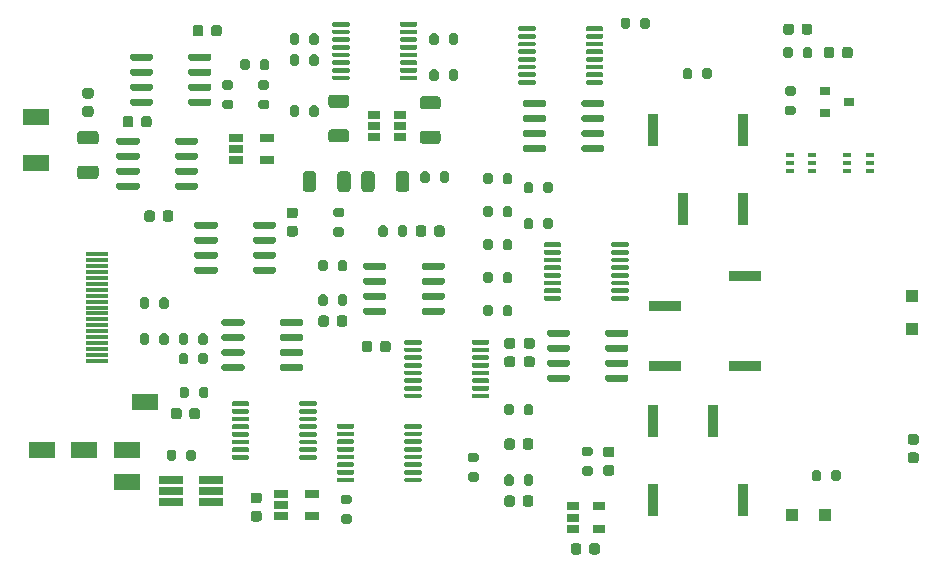
<source format=gtp>
G04 #@! TF.GenerationSoftware,KiCad,Pcbnew,(5.1.12-1-10_14)*
G04 #@! TF.CreationDate,2022-04-11T16:53:27-05:00*
G04 #@! TF.ProjectId,bath_clamp,62617468-5f63-46c6-916d-702e6b696361,rev?*
G04 #@! TF.SameCoordinates,Original*
G04 #@! TF.FileFunction,Paste,Top*
G04 #@! TF.FilePolarity,Positive*
%FSLAX46Y46*%
G04 Gerber Fmt 4.6, Leading zero omitted, Abs format (unit mm)*
G04 Created by KiCad (PCBNEW (5.1.12-1-10_14)) date 2022-04-11 16:53:27*
%MOMM*%
%LPD*%
G01*
G04 APERTURE LIST*
%ADD10C,0.100000*%
%ADD11R,2.000000X0.650000*%
%ADD12R,1.220000X0.650000*%
%ADD13R,1.900000X0.300000*%
%ADD14R,2.200000X1.450000*%
%ADD15R,0.812800X2.667000*%
%ADD16R,1.100000X1.100000*%
%ADD17R,1.060000X0.650000*%
%ADD18R,0.650000X0.400000*%
%ADD19R,2.667000X0.812800*%
%ADD20R,0.900000X0.800000*%
G04 APERTURE END LIST*
D10*
G36*
X7800600Y26428700D02*
G01*
X7800600Y26250900D01*
X9121400Y26250900D01*
X9121400Y26428700D01*
X7800600Y26428700D01*
G37*
G36*
X7800600Y25920700D02*
G01*
X7800600Y25742900D01*
X9121400Y25742900D01*
X9121400Y25920700D01*
X7800600Y25920700D01*
G37*
G36*
X7800600Y25412700D02*
G01*
X7800600Y25234900D01*
X9121400Y25234900D01*
X9121400Y25412700D01*
X7800600Y25412700D01*
G37*
G36*
X7800600Y24930100D02*
G01*
X7800600Y24752300D01*
X9121400Y24752300D01*
X9121400Y24930100D01*
X7800600Y24930100D01*
G37*
G36*
X7800600Y24422100D02*
G01*
X7800600Y24244300D01*
X9121400Y24244300D01*
X9121400Y24422100D01*
X7800600Y24422100D01*
G37*
G36*
X7775200Y23914100D02*
G01*
X7775200Y23736300D01*
X9096000Y23736300D01*
X9096000Y23914100D01*
X7775200Y23914100D01*
G37*
G36*
X7800600Y23431500D02*
G01*
X7800600Y23253700D01*
X9121400Y23253700D01*
X9121400Y23431500D01*
X7800600Y23431500D01*
G37*
G36*
X7826000Y22923500D02*
G01*
X7826000Y22745700D01*
X9146800Y22745700D01*
X9146800Y22923500D01*
X7826000Y22923500D01*
G37*
G36*
X7775200Y22415500D02*
G01*
X7775200Y22237700D01*
X9096000Y22237700D01*
X9096000Y22415500D01*
X7775200Y22415500D01*
G37*
G36*
X7775200Y21907500D02*
G01*
X7775200Y21729700D01*
X9096000Y21729700D01*
X9096000Y21907500D01*
X7775200Y21907500D01*
G37*
G36*
X7800600Y21424900D02*
G01*
X7800600Y21247100D01*
X9121400Y21247100D01*
X9121400Y21424900D01*
X7800600Y21424900D01*
G37*
G36*
X7775200Y20916900D02*
G01*
X7775200Y20739100D01*
X9096000Y20739100D01*
X9096000Y20916900D01*
X7775200Y20916900D01*
G37*
G36*
X7775200Y20434300D02*
G01*
X7775200Y20256500D01*
X9096000Y20256500D01*
X9096000Y20434300D01*
X7775200Y20434300D01*
G37*
G36*
X7800600Y19926300D02*
G01*
X7800600Y19748500D01*
X9121400Y19748500D01*
X9121400Y19926300D01*
X7800600Y19926300D01*
G37*
G36*
X7800600Y19418300D02*
G01*
X7800600Y19240500D01*
X9121400Y19240500D01*
X9121400Y19418300D01*
X7800600Y19418300D01*
G37*
G36*
X7800600Y18935700D02*
G01*
X7800600Y18757900D01*
X9121400Y18757900D01*
X9121400Y18935700D01*
X7800600Y18935700D01*
G37*
G36*
X7800600Y18427700D02*
G01*
X7800600Y18249900D01*
X9121400Y18249900D01*
X9121400Y18427700D01*
X7800600Y18427700D01*
G37*
G36*
X7800600Y17919700D02*
G01*
X7800600Y17741900D01*
X9121400Y17741900D01*
X9121400Y17919700D01*
X7800600Y17919700D01*
G37*
G36*
X7775200Y17411700D02*
G01*
X7775200Y17233900D01*
X9096000Y17233900D01*
X9096000Y17411700D01*
X7775200Y17411700D01*
G37*
G36*
G01*
X16098400Y12602400D02*
X16098400Y13102400D01*
G75*
G02*
X16323400Y13327400I225000J0D01*
G01*
X16773400Y13327400D01*
G75*
G02*
X16998400Y13102400I0J-225000D01*
G01*
X16998400Y12602400D01*
G75*
G02*
X16773400Y12377400I-225000J0D01*
G01*
X16323400Y12377400D01*
G75*
G02*
X16098400Y12602400I0J225000D01*
G01*
G37*
G36*
G01*
X14548400Y12602400D02*
X14548400Y13102400D01*
G75*
G02*
X14773400Y13327400I225000J0D01*
G01*
X15223400Y13327400D01*
G75*
G02*
X15448400Y13102400I0J-225000D01*
G01*
X15448400Y12602400D01*
G75*
G02*
X15223400Y12377400I-225000J0D01*
G01*
X14773400Y12377400D01*
G75*
G02*
X14548400Y12602400I0J225000D01*
G01*
G37*
G36*
G01*
X49673800Y45342300D02*
X49673800Y45542300D01*
G75*
G02*
X49773800Y45642300I100000J0D01*
G01*
X51048800Y45642300D01*
G75*
G02*
X51148800Y45542300I0J-100000D01*
G01*
X51148800Y45342300D01*
G75*
G02*
X51048800Y45242300I-100000J0D01*
G01*
X49773800Y45242300D01*
G75*
G02*
X49673800Y45342300I0J100000D01*
G01*
G37*
G36*
G01*
X49673800Y44692300D02*
X49673800Y44892300D01*
G75*
G02*
X49773800Y44992300I100000J0D01*
G01*
X51048800Y44992300D01*
G75*
G02*
X51148800Y44892300I0J-100000D01*
G01*
X51148800Y44692300D01*
G75*
G02*
X51048800Y44592300I-100000J0D01*
G01*
X49773800Y44592300D01*
G75*
G02*
X49673800Y44692300I0J100000D01*
G01*
G37*
G36*
G01*
X49673800Y44042300D02*
X49673800Y44242300D01*
G75*
G02*
X49773800Y44342300I100000J0D01*
G01*
X51048800Y44342300D01*
G75*
G02*
X51148800Y44242300I0J-100000D01*
G01*
X51148800Y44042300D01*
G75*
G02*
X51048800Y43942300I-100000J0D01*
G01*
X49773800Y43942300D01*
G75*
G02*
X49673800Y44042300I0J100000D01*
G01*
G37*
G36*
G01*
X49673800Y43392300D02*
X49673800Y43592300D01*
G75*
G02*
X49773800Y43692300I100000J0D01*
G01*
X51048800Y43692300D01*
G75*
G02*
X51148800Y43592300I0J-100000D01*
G01*
X51148800Y43392300D01*
G75*
G02*
X51048800Y43292300I-100000J0D01*
G01*
X49773800Y43292300D01*
G75*
G02*
X49673800Y43392300I0J100000D01*
G01*
G37*
G36*
G01*
X49673800Y42742300D02*
X49673800Y42942300D01*
G75*
G02*
X49773800Y43042300I100000J0D01*
G01*
X51048800Y43042300D01*
G75*
G02*
X51148800Y42942300I0J-100000D01*
G01*
X51148800Y42742300D01*
G75*
G02*
X51048800Y42642300I-100000J0D01*
G01*
X49773800Y42642300D01*
G75*
G02*
X49673800Y42742300I0J100000D01*
G01*
G37*
G36*
G01*
X49673800Y42092300D02*
X49673800Y42292300D01*
G75*
G02*
X49773800Y42392300I100000J0D01*
G01*
X51048800Y42392300D01*
G75*
G02*
X51148800Y42292300I0J-100000D01*
G01*
X51148800Y42092300D01*
G75*
G02*
X51048800Y41992300I-100000J0D01*
G01*
X49773800Y41992300D01*
G75*
G02*
X49673800Y42092300I0J100000D01*
G01*
G37*
G36*
G01*
X49673800Y41442300D02*
X49673800Y41642300D01*
G75*
G02*
X49773800Y41742300I100000J0D01*
G01*
X51048800Y41742300D01*
G75*
G02*
X51148800Y41642300I0J-100000D01*
G01*
X51148800Y41442300D01*
G75*
G02*
X51048800Y41342300I-100000J0D01*
G01*
X49773800Y41342300D01*
G75*
G02*
X49673800Y41442300I0J100000D01*
G01*
G37*
G36*
G01*
X49673800Y40792300D02*
X49673800Y40992300D01*
G75*
G02*
X49773800Y41092300I100000J0D01*
G01*
X51048800Y41092300D01*
G75*
G02*
X51148800Y40992300I0J-100000D01*
G01*
X51148800Y40792300D01*
G75*
G02*
X51048800Y40692300I-100000J0D01*
G01*
X49773800Y40692300D01*
G75*
G02*
X49673800Y40792300I0J100000D01*
G01*
G37*
G36*
G01*
X43948800Y40792300D02*
X43948800Y40992300D01*
G75*
G02*
X44048800Y41092300I100000J0D01*
G01*
X45323800Y41092300D01*
G75*
G02*
X45423800Y40992300I0J-100000D01*
G01*
X45423800Y40792300D01*
G75*
G02*
X45323800Y40692300I-100000J0D01*
G01*
X44048800Y40692300D01*
G75*
G02*
X43948800Y40792300I0J100000D01*
G01*
G37*
G36*
G01*
X43948800Y41442300D02*
X43948800Y41642300D01*
G75*
G02*
X44048800Y41742300I100000J0D01*
G01*
X45323800Y41742300D01*
G75*
G02*
X45423800Y41642300I0J-100000D01*
G01*
X45423800Y41442300D01*
G75*
G02*
X45323800Y41342300I-100000J0D01*
G01*
X44048800Y41342300D01*
G75*
G02*
X43948800Y41442300I0J100000D01*
G01*
G37*
G36*
G01*
X43948800Y42092300D02*
X43948800Y42292300D01*
G75*
G02*
X44048800Y42392300I100000J0D01*
G01*
X45323800Y42392300D01*
G75*
G02*
X45423800Y42292300I0J-100000D01*
G01*
X45423800Y42092300D01*
G75*
G02*
X45323800Y41992300I-100000J0D01*
G01*
X44048800Y41992300D01*
G75*
G02*
X43948800Y42092300I0J100000D01*
G01*
G37*
G36*
G01*
X43948800Y42742300D02*
X43948800Y42942300D01*
G75*
G02*
X44048800Y43042300I100000J0D01*
G01*
X45323800Y43042300D01*
G75*
G02*
X45423800Y42942300I0J-100000D01*
G01*
X45423800Y42742300D01*
G75*
G02*
X45323800Y42642300I-100000J0D01*
G01*
X44048800Y42642300D01*
G75*
G02*
X43948800Y42742300I0J100000D01*
G01*
G37*
G36*
G01*
X43948800Y43392300D02*
X43948800Y43592300D01*
G75*
G02*
X44048800Y43692300I100000J0D01*
G01*
X45323800Y43692300D01*
G75*
G02*
X45423800Y43592300I0J-100000D01*
G01*
X45423800Y43392300D01*
G75*
G02*
X45323800Y43292300I-100000J0D01*
G01*
X44048800Y43292300D01*
G75*
G02*
X43948800Y43392300I0J100000D01*
G01*
G37*
G36*
G01*
X43948800Y44042300D02*
X43948800Y44242300D01*
G75*
G02*
X44048800Y44342300I100000J0D01*
G01*
X45323800Y44342300D01*
G75*
G02*
X45423800Y44242300I0J-100000D01*
G01*
X45423800Y44042300D01*
G75*
G02*
X45323800Y43942300I-100000J0D01*
G01*
X44048800Y43942300D01*
G75*
G02*
X43948800Y44042300I0J100000D01*
G01*
G37*
G36*
G01*
X43948800Y44692300D02*
X43948800Y44892300D01*
G75*
G02*
X44048800Y44992300I100000J0D01*
G01*
X45323800Y44992300D01*
G75*
G02*
X45423800Y44892300I0J-100000D01*
G01*
X45423800Y44692300D01*
G75*
G02*
X45323800Y44592300I-100000J0D01*
G01*
X44048800Y44592300D01*
G75*
G02*
X43948800Y44692300I0J100000D01*
G01*
G37*
G36*
G01*
X43948800Y45342300D02*
X43948800Y45542300D01*
G75*
G02*
X44048800Y45642300I100000J0D01*
G01*
X45323800Y45642300D01*
G75*
G02*
X45423800Y45542300I0J-100000D01*
G01*
X45423800Y45342300D01*
G75*
G02*
X45323800Y45242300I-100000J0D01*
G01*
X44048800Y45242300D01*
G75*
G02*
X43948800Y45342300I0J100000D01*
G01*
G37*
D11*
X14546000Y5336500D03*
X14546000Y6286500D03*
X14546000Y7236500D03*
X17966000Y7236500D03*
X17966000Y6286500D03*
X17966000Y5336500D03*
D12*
X22646000Y36192500D03*
X22646000Y34292500D03*
X20026000Y34292500D03*
X20026000Y35242500D03*
X20026000Y36192500D03*
G36*
G01*
X46302800Y35443300D02*
X46302800Y35143300D01*
G75*
G02*
X46152800Y34993300I-150000J0D01*
G01*
X44502800Y34993300D01*
G75*
G02*
X44352800Y35143300I0J150000D01*
G01*
X44352800Y35443300D01*
G75*
G02*
X44502800Y35593300I150000J0D01*
G01*
X46152800Y35593300D01*
G75*
G02*
X46302800Y35443300I0J-150000D01*
G01*
G37*
G36*
G01*
X46302800Y36713300D02*
X46302800Y36413300D01*
G75*
G02*
X46152800Y36263300I-150000J0D01*
G01*
X44502800Y36263300D01*
G75*
G02*
X44352800Y36413300I0J150000D01*
G01*
X44352800Y36713300D01*
G75*
G02*
X44502800Y36863300I150000J0D01*
G01*
X46152800Y36863300D01*
G75*
G02*
X46302800Y36713300I0J-150000D01*
G01*
G37*
G36*
G01*
X46302800Y37983300D02*
X46302800Y37683300D01*
G75*
G02*
X46152800Y37533300I-150000J0D01*
G01*
X44502800Y37533300D01*
G75*
G02*
X44352800Y37683300I0J150000D01*
G01*
X44352800Y37983300D01*
G75*
G02*
X44502800Y38133300I150000J0D01*
G01*
X46152800Y38133300D01*
G75*
G02*
X46302800Y37983300I0J-150000D01*
G01*
G37*
G36*
G01*
X46302800Y39253300D02*
X46302800Y38953300D01*
G75*
G02*
X46152800Y38803300I-150000J0D01*
G01*
X44502800Y38803300D01*
G75*
G02*
X44352800Y38953300I0J150000D01*
G01*
X44352800Y39253300D01*
G75*
G02*
X44502800Y39403300I150000J0D01*
G01*
X46152800Y39403300D01*
G75*
G02*
X46302800Y39253300I0J-150000D01*
G01*
G37*
G36*
G01*
X51252800Y39253300D02*
X51252800Y38953300D01*
G75*
G02*
X51102800Y38803300I-150000J0D01*
G01*
X49452800Y38803300D01*
G75*
G02*
X49302800Y38953300I0J150000D01*
G01*
X49302800Y39253300D01*
G75*
G02*
X49452800Y39403300I150000J0D01*
G01*
X51102800Y39403300D01*
G75*
G02*
X51252800Y39253300I0J-150000D01*
G01*
G37*
G36*
G01*
X51252800Y37983300D02*
X51252800Y37683300D01*
G75*
G02*
X51102800Y37533300I-150000J0D01*
G01*
X49452800Y37533300D01*
G75*
G02*
X49302800Y37683300I0J150000D01*
G01*
X49302800Y37983300D01*
G75*
G02*
X49452800Y38133300I150000J0D01*
G01*
X51102800Y38133300D01*
G75*
G02*
X51252800Y37983300I0J-150000D01*
G01*
G37*
G36*
G01*
X51252800Y36713300D02*
X51252800Y36413300D01*
G75*
G02*
X51102800Y36263300I-150000J0D01*
G01*
X49452800Y36263300D01*
G75*
G02*
X49302800Y36413300I0J150000D01*
G01*
X49302800Y36713300D01*
G75*
G02*
X49452800Y36863300I150000J0D01*
G01*
X51102800Y36863300D01*
G75*
G02*
X51252800Y36713300I0J-150000D01*
G01*
G37*
G36*
G01*
X51252800Y35443300D02*
X51252800Y35143300D01*
G75*
G02*
X51102800Y34993300I-150000J0D01*
G01*
X49452800Y34993300D01*
G75*
G02*
X49302800Y35143300I0J150000D01*
G01*
X49302800Y35443300D01*
G75*
G02*
X49452800Y35593300I150000J0D01*
G01*
X51102800Y35593300D01*
G75*
G02*
X51252800Y35443300I0J-150000D01*
G01*
G37*
G36*
G01*
X53423000Y46185500D02*
X53423000Y45635500D01*
G75*
G02*
X53223000Y45435500I-200000J0D01*
G01*
X52823000Y45435500D01*
G75*
G02*
X52623000Y45635500I0J200000D01*
G01*
X52623000Y46185500D01*
G75*
G02*
X52823000Y46385500I200000J0D01*
G01*
X53223000Y46385500D01*
G75*
G02*
X53423000Y46185500I0J-200000D01*
G01*
G37*
G36*
G01*
X55073000Y46185500D02*
X55073000Y45635500D01*
G75*
G02*
X54873000Y45435500I-200000J0D01*
G01*
X54473000Y45435500D01*
G75*
G02*
X54273000Y45635500I0J200000D01*
G01*
X54273000Y46185500D01*
G75*
G02*
X54473000Y46385500I200000J0D01*
G01*
X54873000Y46385500D01*
G75*
G02*
X55073000Y46185500I0J-200000D01*
G01*
G37*
G36*
G01*
X39857000Y7893500D02*
X40407000Y7893500D01*
G75*
G02*
X40607000Y7693500I0J-200000D01*
G01*
X40607000Y7293500D01*
G75*
G02*
X40407000Y7093500I-200000J0D01*
G01*
X39857000Y7093500D01*
G75*
G02*
X39657000Y7293500I0J200000D01*
G01*
X39657000Y7693500D01*
G75*
G02*
X39857000Y7893500I200000J0D01*
G01*
G37*
G36*
G01*
X39857000Y9543500D02*
X40407000Y9543500D01*
G75*
G02*
X40607000Y9343500I0J-200000D01*
G01*
X40607000Y8943500D01*
G75*
G02*
X40407000Y8743500I-200000J0D01*
G01*
X39857000Y8743500D01*
G75*
G02*
X39657000Y8943500I0J200000D01*
G01*
X39657000Y9343500D01*
G75*
G02*
X39857000Y9543500I200000J0D01*
G01*
G37*
G36*
G01*
X50059000Y9251500D02*
X49509000Y9251500D01*
G75*
G02*
X49309000Y9451500I0J200000D01*
G01*
X49309000Y9851500D01*
G75*
G02*
X49509000Y10051500I200000J0D01*
G01*
X50059000Y10051500D01*
G75*
G02*
X50259000Y9851500I0J-200000D01*
G01*
X50259000Y9451500D01*
G75*
G02*
X50059000Y9251500I-200000J0D01*
G01*
G37*
G36*
G01*
X50059000Y7601500D02*
X49509000Y7601500D01*
G75*
G02*
X49309000Y7801500I0J200000D01*
G01*
X49309000Y8201500D01*
G75*
G02*
X49509000Y8401500I200000J0D01*
G01*
X50059000Y8401500D01*
G75*
G02*
X50259000Y8201500I0J-200000D01*
G01*
X50259000Y7801500D01*
G75*
G02*
X50059000Y7601500I-200000J0D01*
G01*
G37*
G36*
G01*
X67289800Y45652500D02*
X67289800Y45152500D01*
G75*
G02*
X67064800Y44927500I-225000J0D01*
G01*
X66614800Y44927500D01*
G75*
G02*
X66389800Y45152500I0J225000D01*
G01*
X66389800Y45652500D01*
G75*
G02*
X66614800Y45877500I225000J0D01*
G01*
X67064800Y45877500D01*
G75*
G02*
X67289800Y45652500I0J-225000D01*
G01*
G37*
G36*
G01*
X68839800Y45652500D02*
X68839800Y45152500D01*
G75*
G02*
X68614800Y44927500I-225000J0D01*
G01*
X68164800Y44927500D01*
G75*
G02*
X67939800Y45152500I0J225000D01*
G01*
X67939800Y45652500D01*
G75*
G02*
X68164800Y45877500I225000J0D01*
G01*
X68614800Y45877500D01*
G75*
G02*
X68839800Y45652500I0J-225000D01*
G01*
G37*
G36*
G01*
X49306600Y1647000D02*
X49306600Y1147000D01*
G75*
G02*
X49081600Y922000I-225000J0D01*
G01*
X48631600Y922000D01*
G75*
G02*
X48406600Y1147000I0J225000D01*
G01*
X48406600Y1647000D01*
G75*
G02*
X48631600Y1872000I225000J0D01*
G01*
X49081600Y1872000D01*
G75*
G02*
X49306600Y1647000I0J-225000D01*
G01*
G37*
G36*
G01*
X50856600Y1647000D02*
X50856600Y1147000D01*
G75*
G02*
X50631600Y922000I-225000J0D01*
G01*
X50181600Y922000D01*
G75*
G02*
X49956600Y1147000I0J225000D01*
G01*
X49956600Y1647000D01*
G75*
G02*
X50181600Y1872000I225000J0D01*
G01*
X50631600Y1872000D01*
G75*
G02*
X50856600Y1647000I0J-225000D01*
G01*
G37*
G36*
G01*
X8168401Y35647200D02*
X6868399Y35647200D01*
G75*
G02*
X6618400Y35897199I0J249999D01*
G01*
X6618400Y36547201D01*
G75*
G02*
X6868399Y36797200I249999J0D01*
G01*
X8168401Y36797200D01*
G75*
G02*
X8418400Y36547201I0J-249999D01*
G01*
X8418400Y35897199D01*
G75*
G02*
X8168401Y35647200I-249999J0D01*
G01*
G37*
G36*
G01*
X8168401Y32697200D02*
X6868399Y32697200D01*
G75*
G02*
X6618400Y32947199I0J249999D01*
G01*
X6618400Y33597201D01*
G75*
G02*
X6868399Y33847200I249999J0D01*
G01*
X8168401Y33847200D01*
G75*
G02*
X8418400Y33597201I0J-249999D01*
G01*
X8418400Y32947199D01*
G75*
G02*
X8168401Y32697200I-249999J0D01*
G01*
G37*
G36*
G01*
X17289900Y45525500D02*
X17289900Y45025500D01*
G75*
G02*
X17064900Y44800500I-225000J0D01*
G01*
X16614900Y44800500D01*
G75*
G02*
X16389900Y45025500I0J225000D01*
G01*
X16389900Y45525500D01*
G75*
G02*
X16614900Y45750500I225000J0D01*
G01*
X17064900Y45750500D01*
G75*
G02*
X17289900Y45525500I0J-225000D01*
G01*
G37*
G36*
G01*
X18839900Y45525500D02*
X18839900Y45025500D01*
G75*
G02*
X18614900Y44800500I-225000J0D01*
G01*
X18164900Y44800500D01*
G75*
G02*
X17939900Y45025500I0J225000D01*
G01*
X17939900Y45525500D01*
G75*
G02*
X18164900Y45750500I225000J0D01*
G01*
X18614900Y45750500D01*
G75*
G02*
X18839900Y45525500I0J-225000D01*
G01*
G37*
G36*
G01*
X7768400Y39529900D02*
X7268400Y39529900D01*
G75*
G02*
X7043400Y39754900I0J225000D01*
G01*
X7043400Y40204900D01*
G75*
G02*
X7268400Y40429900I225000J0D01*
G01*
X7768400Y40429900D01*
G75*
G02*
X7993400Y40204900I0J-225000D01*
G01*
X7993400Y39754900D01*
G75*
G02*
X7768400Y39529900I-225000J0D01*
G01*
G37*
G36*
G01*
X7768400Y37979900D02*
X7268400Y37979900D01*
G75*
G02*
X7043400Y38204900I0J225000D01*
G01*
X7043400Y38654900D01*
G75*
G02*
X7268400Y38879900I225000J0D01*
G01*
X7768400Y38879900D01*
G75*
G02*
X7993400Y38654900I0J-225000D01*
G01*
X7993400Y38204900D01*
G75*
G02*
X7768400Y37979900I-225000J0D01*
G01*
G37*
G36*
G01*
X43480800Y18346300D02*
X42980800Y18346300D01*
G75*
G02*
X42755800Y18571300I0J225000D01*
G01*
X42755800Y19021300D01*
G75*
G02*
X42980800Y19246300I225000J0D01*
G01*
X43480800Y19246300D01*
G75*
G02*
X43705800Y19021300I0J-225000D01*
G01*
X43705800Y18571300D01*
G75*
G02*
X43480800Y18346300I-225000J0D01*
G01*
G37*
G36*
G01*
X43480800Y16796300D02*
X42980800Y16796300D01*
G75*
G02*
X42755800Y17021300I0J225000D01*
G01*
X42755800Y17471300D01*
G75*
G02*
X42980800Y17696300I225000J0D01*
G01*
X43480800Y17696300D01*
G75*
G02*
X43705800Y17471300I0J-225000D01*
G01*
X43705800Y17021300D01*
G75*
G02*
X43480800Y16796300I-225000J0D01*
G01*
G37*
G36*
G01*
X44631800Y17696300D02*
X45131800Y17696300D01*
G75*
G02*
X45356800Y17471300I0J-225000D01*
G01*
X45356800Y17021300D01*
G75*
G02*
X45131800Y16796300I-225000J0D01*
G01*
X44631800Y16796300D01*
G75*
G02*
X44406800Y17021300I0J225000D01*
G01*
X44406800Y17471300D01*
G75*
G02*
X44631800Y17696300I225000J0D01*
G01*
G37*
G36*
G01*
X44631800Y19246300D02*
X45131800Y19246300D01*
G75*
G02*
X45356800Y19021300I0J-225000D01*
G01*
X45356800Y18571300D01*
G75*
G02*
X45131800Y18346300I-225000J0D01*
G01*
X44631800Y18346300D01*
G75*
G02*
X44406800Y18571300I0J225000D01*
G01*
X44406800Y19021300D01*
G75*
G02*
X44631800Y19246300I225000J0D01*
G01*
G37*
G36*
G01*
X77143800Y9568300D02*
X77643800Y9568300D01*
G75*
G02*
X77868800Y9343300I0J-225000D01*
G01*
X77868800Y8893300D01*
G75*
G02*
X77643800Y8668300I-225000J0D01*
G01*
X77143800Y8668300D01*
G75*
G02*
X76918800Y8893300I0J225000D01*
G01*
X76918800Y9343300D01*
G75*
G02*
X77143800Y9568300I225000J0D01*
G01*
G37*
G36*
G01*
X77143800Y11118300D02*
X77643800Y11118300D01*
G75*
G02*
X77868800Y10893300I0J-225000D01*
G01*
X77868800Y10443300D01*
G75*
G02*
X77643800Y10218300I-225000J0D01*
G01*
X77143800Y10218300D01*
G75*
G02*
X76918800Y10443300I0J225000D01*
G01*
X76918800Y10893300D01*
G75*
G02*
X77143800Y11118300I225000J0D01*
G01*
G37*
G36*
G01*
X13187800Y29828300D02*
X13187800Y29328300D01*
G75*
G02*
X12962800Y29103300I-225000J0D01*
G01*
X12512800Y29103300D01*
G75*
G02*
X12287800Y29328300I0J225000D01*
G01*
X12287800Y29828300D01*
G75*
G02*
X12512800Y30053300I225000J0D01*
G01*
X12962800Y30053300D01*
G75*
G02*
X13187800Y29828300I0J-225000D01*
G01*
G37*
G36*
G01*
X14737800Y29828300D02*
X14737800Y29328300D01*
G75*
G02*
X14512800Y29103300I-225000J0D01*
G01*
X14062800Y29103300D01*
G75*
G02*
X13837800Y29328300I0J225000D01*
G01*
X13837800Y29828300D01*
G75*
G02*
X14062800Y30053300I225000J0D01*
G01*
X14512800Y30053300D01*
G75*
G02*
X14737800Y29828300I0J-225000D01*
G01*
G37*
D13*
X8318800Y26335300D03*
X8318800Y25835300D03*
X8318800Y25335300D03*
X8318800Y24835300D03*
X8318800Y24335300D03*
X8318800Y23835300D03*
X8318800Y23335300D03*
X8318800Y22835300D03*
X8318800Y22335300D03*
X8318800Y17335300D03*
X8318800Y17835300D03*
X8318800Y18335300D03*
X8318800Y18835300D03*
X8318800Y19335300D03*
X8318800Y19835300D03*
X8318800Y20335300D03*
X8318800Y20835300D03*
X8318800Y21335300D03*
X8318800Y21835300D03*
D14*
X7162800Y9766300D03*
X12369800Y13830300D03*
X10845800Y7099300D03*
X10845800Y9766300D03*
X3086100Y37934900D03*
X3606800Y9766300D03*
X3124200Y34048700D03*
G36*
G01*
X15856000Y9059500D02*
X15856000Y9609500D01*
G75*
G02*
X16056000Y9809500I200000J0D01*
G01*
X16456000Y9809500D01*
G75*
G02*
X16656000Y9609500I0J-200000D01*
G01*
X16656000Y9059500D01*
G75*
G02*
X16456000Y8859500I-200000J0D01*
G01*
X16056000Y8859500D01*
G75*
G02*
X15856000Y9059500I0J200000D01*
G01*
G37*
G36*
G01*
X14206000Y9059500D02*
X14206000Y9609500D01*
G75*
G02*
X14406000Y9809500I200000J0D01*
G01*
X14806000Y9809500D01*
G75*
G02*
X15006000Y9609500I0J-200000D01*
G01*
X15006000Y9059500D01*
G75*
G02*
X14806000Y8859500I-200000J0D01*
G01*
X14406000Y8859500D01*
G75*
G02*
X14206000Y9059500I0J200000D01*
G01*
G37*
G36*
G01*
X22017800Y5265300D02*
X21517800Y5265300D01*
G75*
G02*
X21292800Y5490300I0J225000D01*
G01*
X21292800Y5940300D01*
G75*
G02*
X21517800Y6165300I225000J0D01*
G01*
X22017800Y6165300D01*
G75*
G02*
X22242800Y5940300I0J-225000D01*
G01*
X22242800Y5490300D01*
G75*
G02*
X22017800Y5265300I-225000J0D01*
G01*
G37*
G36*
G01*
X22017800Y3715300D02*
X21517800Y3715300D01*
G75*
G02*
X21292800Y3940300I0J225000D01*
G01*
X21292800Y4390300D01*
G75*
G02*
X21517800Y4615300I225000J0D01*
G01*
X22017800Y4615300D01*
G75*
G02*
X22242800Y4390300I0J-225000D01*
G01*
X22242800Y3940300D01*
G75*
G02*
X22017800Y3715300I-225000J0D01*
G01*
G37*
D15*
X57938299Y30145299D03*
X63018299Y30145299D03*
X63018299Y36885301D03*
X55398299Y36885301D03*
G36*
G01*
X28669800Y22191300D02*
X28669800Y22741300D01*
G75*
G02*
X28869800Y22941300I200000J0D01*
G01*
X29269800Y22941300D01*
G75*
G02*
X29469800Y22741300I0J-200000D01*
G01*
X29469800Y22191300D01*
G75*
G02*
X29269800Y21991300I-200000J0D01*
G01*
X28869800Y21991300D01*
G75*
G02*
X28669800Y22191300I0J200000D01*
G01*
G37*
G36*
G01*
X27019800Y22191300D02*
X27019800Y22741300D01*
G75*
G02*
X27219800Y22941300I200000J0D01*
G01*
X27619800Y22941300D01*
G75*
G02*
X27819800Y22741300I0J-200000D01*
G01*
X27819800Y22191300D01*
G75*
G02*
X27619800Y21991300I-200000J0D01*
G01*
X27219800Y21991300D01*
G75*
G02*
X27019800Y22191300I0J200000D01*
G01*
G37*
G36*
G01*
X13556800Y21937300D02*
X13556800Y22487300D01*
G75*
G02*
X13756800Y22687300I200000J0D01*
G01*
X14156800Y22687300D01*
G75*
G02*
X14356800Y22487300I0J-200000D01*
G01*
X14356800Y21937300D01*
G75*
G02*
X14156800Y21737300I-200000J0D01*
G01*
X13756800Y21737300D01*
G75*
G02*
X13556800Y21937300I0J200000D01*
G01*
G37*
G36*
G01*
X11906800Y21937300D02*
X11906800Y22487300D01*
G75*
G02*
X12106800Y22687300I200000J0D01*
G01*
X12506800Y22687300D01*
G75*
G02*
X12706800Y22487300I0J-200000D01*
G01*
X12706800Y21937300D01*
G75*
G02*
X12506800Y21737300I-200000J0D01*
G01*
X12106800Y21737300D01*
G75*
G02*
X11906800Y21937300I0J200000D01*
G01*
G37*
G36*
G01*
X28669800Y25112300D02*
X28669800Y25662300D01*
G75*
G02*
X28869800Y25862300I200000J0D01*
G01*
X29269800Y25862300D01*
G75*
G02*
X29469800Y25662300I0J-200000D01*
G01*
X29469800Y25112300D01*
G75*
G02*
X29269800Y24912300I-200000J0D01*
G01*
X28869800Y24912300D01*
G75*
G02*
X28669800Y25112300I0J200000D01*
G01*
G37*
G36*
G01*
X27019800Y25112300D02*
X27019800Y25662300D01*
G75*
G02*
X27219800Y25862300I200000J0D01*
G01*
X27619800Y25862300D01*
G75*
G02*
X27819800Y25662300I0J-200000D01*
G01*
X27819800Y25112300D01*
G75*
G02*
X27619800Y24912300I-200000J0D01*
G01*
X27219800Y24912300D01*
G75*
G02*
X27019800Y25112300I0J200000D01*
G01*
G37*
G36*
G01*
X13556800Y18889300D02*
X13556800Y19439300D01*
G75*
G02*
X13756800Y19639300I200000J0D01*
G01*
X14156800Y19639300D01*
G75*
G02*
X14356800Y19439300I0J-200000D01*
G01*
X14356800Y18889300D01*
G75*
G02*
X14156800Y18689300I-200000J0D01*
G01*
X13756800Y18689300D01*
G75*
G02*
X13556800Y18889300I0J200000D01*
G01*
G37*
G36*
G01*
X11906800Y18889300D02*
X11906800Y19439300D01*
G75*
G02*
X12106800Y19639300I200000J0D01*
G01*
X12506800Y19639300D01*
G75*
G02*
X12706800Y19439300I0J-200000D01*
G01*
X12706800Y18889300D01*
G75*
G02*
X12506800Y18689300I-200000J0D01*
G01*
X12106800Y18689300D01*
G75*
G02*
X11906800Y18889300I0J200000D01*
G01*
G37*
G36*
G01*
X67189800Y43696300D02*
X67189800Y43146300D01*
G75*
G02*
X66989800Y42946300I-200000J0D01*
G01*
X66589800Y42946300D01*
G75*
G02*
X66389800Y43146300I0J200000D01*
G01*
X66389800Y43696300D01*
G75*
G02*
X66589800Y43896300I200000J0D01*
G01*
X66989800Y43896300D01*
G75*
G02*
X67189800Y43696300I0J-200000D01*
G01*
G37*
G36*
G01*
X68839800Y43696300D02*
X68839800Y43146300D01*
G75*
G02*
X68639800Y42946300I-200000J0D01*
G01*
X68239800Y42946300D01*
G75*
G02*
X68039800Y43146300I0J200000D01*
G01*
X68039800Y43696300D01*
G75*
G02*
X68239800Y43896300I200000J0D01*
G01*
X68639800Y43896300D01*
G75*
G02*
X68839800Y43696300I0J-200000D01*
G01*
G37*
G36*
G01*
X69602800Y7882300D02*
X69602800Y7332300D01*
G75*
G02*
X69402800Y7132300I-200000J0D01*
G01*
X69002800Y7132300D01*
G75*
G02*
X68802800Y7332300I0J200000D01*
G01*
X68802800Y7882300D01*
G75*
G02*
X69002800Y8082300I200000J0D01*
G01*
X69402800Y8082300D01*
G75*
G02*
X69602800Y7882300I0J-200000D01*
G01*
G37*
G36*
G01*
X71252800Y7882300D02*
X71252800Y7332300D01*
G75*
G02*
X71052800Y7132300I-200000J0D01*
G01*
X70652800Y7132300D01*
G75*
G02*
X70452800Y7332300I0J200000D01*
G01*
X70452800Y7882300D01*
G75*
G02*
X70652800Y8082300I200000J0D01*
G01*
X71052800Y8082300D01*
G75*
G02*
X71252800Y7882300I0J-200000D01*
G01*
G37*
G36*
G01*
X42639800Y29684300D02*
X42639800Y30234300D01*
G75*
G02*
X42839800Y30434300I200000J0D01*
G01*
X43239800Y30434300D01*
G75*
G02*
X43439800Y30234300I0J-200000D01*
G01*
X43439800Y29684300D01*
G75*
G02*
X43239800Y29484300I-200000J0D01*
G01*
X42839800Y29484300D01*
G75*
G02*
X42639800Y29684300I0J200000D01*
G01*
G37*
G36*
G01*
X40989800Y29684300D02*
X40989800Y30234300D01*
G75*
G02*
X41189800Y30434300I200000J0D01*
G01*
X41589800Y30434300D01*
G75*
G02*
X41789800Y30234300I0J-200000D01*
G01*
X41789800Y29684300D01*
G75*
G02*
X41589800Y29484300I-200000J0D01*
G01*
X41189800Y29484300D01*
G75*
G02*
X40989800Y29684300I0J200000D01*
G01*
G37*
G36*
G01*
X42639800Y26890300D02*
X42639800Y27440300D01*
G75*
G02*
X42839800Y27640300I200000J0D01*
G01*
X43239800Y27640300D01*
G75*
G02*
X43439800Y27440300I0J-200000D01*
G01*
X43439800Y26890300D01*
G75*
G02*
X43239800Y26690300I-200000J0D01*
G01*
X42839800Y26690300D01*
G75*
G02*
X42639800Y26890300I0J200000D01*
G01*
G37*
G36*
G01*
X40989800Y26890300D02*
X40989800Y27440300D01*
G75*
G02*
X41189800Y27640300I200000J0D01*
G01*
X41589800Y27640300D01*
G75*
G02*
X41789800Y27440300I0J-200000D01*
G01*
X41789800Y26890300D01*
G75*
G02*
X41589800Y26690300I-200000J0D01*
G01*
X41189800Y26690300D01*
G75*
G02*
X40989800Y26890300I0J200000D01*
G01*
G37*
G36*
G01*
X42639800Y24096300D02*
X42639800Y24646300D01*
G75*
G02*
X42839800Y24846300I200000J0D01*
G01*
X43239800Y24846300D01*
G75*
G02*
X43439800Y24646300I0J-200000D01*
G01*
X43439800Y24096300D01*
G75*
G02*
X43239800Y23896300I-200000J0D01*
G01*
X42839800Y23896300D01*
G75*
G02*
X42639800Y24096300I0J200000D01*
G01*
G37*
G36*
G01*
X40989800Y24096300D02*
X40989800Y24646300D01*
G75*
G02*
X41189800Y24846300I200000J0D01*
G01*
X41589800Y24846300D01*
G75*
G02*
X41789800Y24646300I0J-200000D01*
G01*
X41789800Y24096300D01*
G75*
G02*
X41589800Y23896300I-200000J0D01*
G01*
X41189800Y23896300D01*
G75*
G02*
X40989800Y24096300I0J200000D01*
G01*
G37*
G36*
G01*
X42639800Y21302300D02*
X42639800Y21852300D01*
G75*
G02*
X42839800Y22052300I200000J0D01*
G01*
X43239800Y22052300D01*
G75*
G02*
X43439800Y21852300I0J-200000D01*
G01*
X43439800Y21302300D01*
G75*
G02*
X43239800Y21102300I-200000J0D01*
G01*
X42839800Y21102300D01*
G75*
G02*
X42639800Y21302300I0J200000D01*
G01*
G37*
G36*
G01*
X40989800Y21302300D02*
X40989800Y21852300D01*
G75*
G02*
X41189800Y22052300I200000J0D01*
G01*
X41589800Y22052300D01*
G75*
G02*
X41789800Y21852300I0J-200000D01*
G01*
X41789800Y21302300D01*
G75*
G02*
X41589800Y21102300I-200000J0D01*
G01*
X41189800Y21102300D01*
G75*
G02*
X40989800Y21302300I0J200000D01*
G01*
G37*
G36*
G01*
X42639800Y32478300D02*
X42639800Y33028300D01*
G75*
G02*
X42839800Y33228300I200000J0D01*
G01*
X43239800Y33228300D01*
G75*
G02*
X43439800Y33028300I0J-200000D01*
G01*
X43439800Y32478300D01*
G75*
G02*
X43239800Y32278300I-200000J0D01*
G01*
X42839800Y32278300D01*
G75*
G02*
X42639800Y32478300I0J200000D01*
G01*
G37*
G36*
G01*
X40989800Y32478300D02*
X40989800Y33028300D01*
G75*
G02*
X41189800Y33228300I200000J0D01*
G01*
X41589800Y33228300D01*
G75*
G02*
X41789800Y33028300I0J-200000D01*
G01*
X41789800Y32478300D01*
G75*
G02*
X41589800Y32278300I-200000J0D01*
G01*
X41189800Y32278300D01*
G75*
G02*
X40989800Y32478300I0J200000D01*
G01*
G37*
G36*
G01*
X46068800Y31716300D02*
X46068800Y32266300D01*
G75*
G02*
X46268800Y32466300I200000J0D01*
G01*
X46668800Y32466300D01*
G75*
G02*
X46868800Y32266300I0J-200000D01*
G01*
X46868800Y31716300D01*
G75*
G02*
X46668800Y31516300I-200000J0D01*
G01*
X46268800Y31516300D01*
G75*
G02*
X46068800Y31716300I0J200000D01*
G01*
G37*
G36*
G01*
X44418800Y31716300D02*
X44418800Y32266300D01*
G75*
G02*
X44618800Y32466300I200000J0D01*
G01*
X45018800Y32466300D01*
G75*
G02*
X45218800Y32266300I0J-200000D01*
G01*
X45218800Y31716300D01*
G75*
G02*
X45018800Y31516300I-200000J0D01*
G01*
X44618800Y31516300D01*
G75*
G02*
X44418800Y31716300I0J200000D01*
G01*
G37*
G36*
G01*
X46068800Y28668300D02*
X46068800Y29218300D01*
G75*
G02*
X46268800Y29418300I200000J0D01*
G01*
X46668800Y29418300D01*
G75*
G02*
X46868800Y29218300I0J-200000D01*
G01*
X46868800Y28668300D01*
G75*
G02*
X46668800Y28468300I-200000J0D01*
G01*
X46268800Y28468300D01*
G75*
G02*
X46068800Y28668300I0J200000D01*
G01*
G37*
G36*
G01*
X44418800Y28668300D02*
X44418800Y29218300D01*
G75*
G02*
X44618800Y29418300I200000J0D01*
G01*
X45018800Y29418300D01*
G75*
G02*
X45218800Y29218300I0J-200000D01*
G01*
X45218800Y28668300D01*
G75*
G02*
X45018800Y28468300I-200000J0D01*
G01*
X44618800Y28468300D01*
G75*
G02*
X44418800Y28668300I0J200000D01*
G01*
G37*
D16*
X67103800Y4305300D03*
X69903800Y4305300D03*
X77266800Y20050300D03*
X77266800Y22850300D03*
G36*
G01*
X23775800Y20411300D02*
X23775800Y20711300D01*
G75*
G02*
X23925800Y20861300I150000J0D01*
G01*
X25575800Y20861300D01*
G75*
G02*
X25725800Y20711300I0J-150000D01*
G01*
X25725800Y20411300D01*
G75*
G02*
X25575800Y20261300I-150000J0D01*
G01*
X23925800Y20261300D01*
G75*
G02*
X23775800Y20411300I0J150000D01*
G01*
G37*
G36*
G01*
X23775800Y19141300D02*
X23775800Y19441300D01*
G75*
G02*
X23925800Y19591300I150000J0D01*
G01*
X25575800Y19591300D01*
G75*
G02*
X25725800Y19441300I0J-150000D01*
G01*
X25725800Y19141300D01*
G75*
G02*
X25575800Y18991300I-150000J0D01*
G01*
X23925800Y18991300D01*
G75*
G02*
X23775800Y19141300I0J150000D01*
G01*
G37*
G36*
G01*
X23775800Y17871300D02*
X23775800Y18171300D01*
G75*
G02*
X23925800Y18321300I150000J0D01*
G01*
X25575800Y18321300D01*
G75*
G02*
X25725800Y18171300I0J-150000D01*
G01*
X25725800Y17871300D01*
G75*
G02*
X25575800Y17721300I-150000J0D01*
G01*
X23925800Y17721300D01*
G75*
G02*
X23775800Y17871300I0J150000D01*
G01*
G37*
G36*
G01*
X23775800Y16601300D02*
X23775800Y16901300D01*
G75*
G02*
X23925800Y17051300I150000J0D01*
G01*
X25575800Y17051300D01*
G75*
G02*
X25725800Y16901300I0J-150000D01*
G01*
X25725800Y16601300D01*
G75*
G02*
X25575800Y16451300I-150000J0D01*
G01*
X23925800Y16451300D01*
G75*
G02*
X23775800Y16601300I0J150000D01*
G01*
G37*
G36*
G01*
X18825800Y16601300D02*
X18825800Y16901300D01*
G75*
G02*
X18975800Y17051300I150000J0D01*
G01*
X20625800Y17051300D01*
G75*
G02*
X20775800Y16901300I0J-150000D01*
G01*
X20775800Y16601300D01*
G75*
G02*
X20625800Y16451300I-150000J0D01*
G01*
X18975800Y16451300D01*
G75*
G02*
X18825800Y16601300I0J150000D01*
G01*
G37*
G36*
G01*
X18825800Y17871300D02*
X18825800Y18171300D01*
G75*
G02*
X18975800Y18321300I150000J0D01*
G01*
X20625800Y18321300D01*
G75*
G02*
X20775800Y18171300I0J-150000D01*
G01*
X20775800Y17871300D01*
G75*
G02*
X20625800Y17721300I-150000J0D01*
G01*
X18975800Y17721300D01*
G75*
G02*
X18825800Y17871300I0J150000D01*
G01*
G37*
G36*
G01*
X18825800Y19141300D02*
X18825800Y19441300D01*
G75*
G02*
X18975800Y19591300I150000J0D01*
G01*
X20625800Y19591300D01*
G75*
G02*
X20775800Y19441300I0J-150000D01*
G01*
X20775800Y19141300D01*
G75*
G02*
X20625800Y18991300I-150000J0D01*
G01*
X18975800Y18991300D01*
G75*
G02*
X18825800Y19141300I0J150000D01*
G01*
G37*
G36*
G01*
X18825800Y20411300D02*
X18825800Y20711300D01*
G75*
G02*
X18975800Y20861300I150000J0D01*
G01*
X20625800Y20861300D01*
G75*
G02*
X20775800Y20711300I0J-150000D01*
G01*
X20775800Y20411300D01*
G75*
G02*
X20625800Y20261300I-150000J0D01*
G01*
X18975800Y20261300D01*
G75*
G02*
X18825800Y20411300I0J150000D01*
G01*
G37*
G36*
G01*
X16028800Y42890300D02*
X16028800Y43190300D01*
G75*
G02*
X16178800Y43340300I150000J0D01*
G01*
X17828800Y43340300D01*
G75*
G02*
X17978800Y43190300I0J-150000D01*
G01*
X17978800Y42890300D01*
G75*
G02*
X17828800Y42740300I-150000J0D01*
G01*
X16178800Y42740300D01*
G75*
G02*
X16028800Y42890300I0J150000D01*
G01*
G37*
G36*
G01*
X16028800Y41620300D02*
X16028800Y41920300D01*
G75*
G02*
X16178800Y42070300I150000J0D01*
G01*
X17828800Y42070300D01*
G75*
G02*
X17978800Y41920300I0J-150000D01*
G01*
X17978800Y41620300D01*
G75*
G02*
X17828800Y41470300I-150000J0D01*
G01*
X16178800Y41470300D01*
G75*
G02*
X16028800Y41620300I0J150000D01*
G01*
G37*
G36*
G01*
X16028800Y40350300D02*
X16028800Y40650300D01*
G75*
G02*
X16178800Y40800300I150000J0D01*
G01*
X17828800Y40800300D01*
G75*
G02*
X17978800Y40650300I0J-150000D01*
G01*
X17978800Y40350300D01*
G75*
G02*
X17828800Y40200300I-150000J0D01*
G01*
X16178800Y40200300D01*
G75*
G02*
X16028800Y40350300I0J150000D01*
G01*
G37*
G36*
G01*
X16028800Y39080300D02*
X16028800Y39380300D01*
G75*
G02*
X16178800Y39530300I150000J0D01*
G01*
X17828800Y39530300D01*
G75*
G02*
X17978800Y39380300I0J-150000D01*
G01*
X17978800Y39080300D01*
G75*
G02*
X17828800Y38930300I-150000J0D01*
G01*
X16178800Y38930300D01*
G75*
G02*
X16028800Y39080300I0J150000D01*
G01*
G37*
G36*
G01*
X11078800Y39080300D02*
X11078800Y39380300D01*
G75*
G02*
X11228800Y39530300I150000J0D01*
G01*
X12878800Y39530300D01*
G75*
G02*
X13028800Y39380300I0J-150000D01*
G01*
X13028800Y39080300D01*
G75*
G02*
X12878800Y38930300I-150000J0D01*
G01*
X11228800Y38930300D01*
G75*
G02*
X11078800Y39080300I0J150000D01*
G01*
G37*
G36*
G01*
X11078800Y40350300D02*
X11078800Y40650300D01*
G75*
G02*
X11228800Y40800300I150000J0D01*
G01*
X12878800Y40800300D01*
G75*
G02*
X13028800Y40650300I0J-150000D01*
G01*
X13028800Y40350300D01*
G75*
G02*
X12878800Y40200300I-150000J0D01*
G01*
X11228800Y40200300D01*
G75*
G02*
X11078800Y40350300I0J150000D01*
G01*
G37*
G36*
G01*
X11078800Y41620300D02*
X11078800Y41920300D01*
G75*
G02*
X11228800Y42070300I150000J0D01*
G01*
X12878800Y42070300D01*
G75*
G02*
X13028800Y41920300I0J-150000D01*
G01*
X13028800Y41620300D01*
G75*
G02*
X12878800Y41470300I-150000J0D01*
G01*
X11228800Y41470300D01*
G75*
G02*
X11078800Y41620300I0J150000D01*
G01*
G37*
G36*
G01*
X11078800Y42890300D02*
X11078800Y43190300D01*
G75*
G02*
X11228800Y43340300I150000J0D01*
G01*
X12878800Y43340300D01*
G75*
G02*
X13028800Y43190300I0J-150000D01*
G01*
X13028800Y42890300D01*
G75*
G02*
X12878800Y42740300I-150000J0D01*
G01*
X11228800Y42740300D01*
G75*
G02*
X11078800Y42890300I0J150000D01*
G01*
G37*
G36*
G01*
X29027800Y29495300D02*
X28477800Y29495300D01*
G75*
G02*
X28277800Y29695300I0J200000D01*
G01*
X28277800Y30095300D01*
G75*
G02*
X28477800Y30295300I200000J0D01*
G01*
X29027800Y30295300D01*
G75*
G02*
X29227800Y30095300I0J-200000D01*
G01*
X29227800Y29695300D01*
G75*
G02*
X29027800Y29495300I-200000J0D01*
G01*
G37*
G36*
G01*
X29027800Y27845300D02*
X28477800Y27845300D01*
G75*
G02*
X28277800Y28045300I0J200000D01*
G01*
X28277800Y28445300D01*
G75*
G02*
X28477800Y28645300I200000J0D01*
G01*
X29027800Y28645300D01*
G75*
G02*
X29227800Y28445300I0J-200000D01*
G01*
X29227800Y28045300D01*
G75*
G02*
X29027800Y27845300I-200000J0D01*
G01*
G37*
G36*
G01*
X16008800Y19439300D02*
X16008800Y18889300D01*
G75*
G02*
X15808800Y18689300I-200000J0D01*
G01*
X15408800Y18689300D01*
G75*
G02*
X15208800Y18889300I0J200000D01*
G01*
X15208800Y19439300D01*
G75*
G02*
X15408800Y19639300I200000J0D01*
G01*
X15808800Y19639300D01*
G75*
G02*
X16008800Y19439300I0J-200000D01*
G01*
G37*
G36*
G01*
X17658800Y19439300D02*
X17658800Y18889300D01*
G75*
G02*
X17458800Y18689300I-200000J0D01*
G01*
X17058800Y18689300D01*
G75*
G02*
X16858800Y18889300I0J200000D01*
G01*
X16858800Y19439300D01*
G75*
G02*
X17058800Y19639300I200000J0D01*
G01*
X17458800Y19639300D01*
G75*
G02*
X17658800Y19439300I0J-200000D01*
G01*
G37*
G36*
G01*
X33749800Y28033300D02*
X33749800Y28583300D01*
G75*
G02*
X33949800Y28783300I200000J0D01*
G01*
X34349800Y28783300D01*
G75*
G02*
X34549800Y28583300I0J-200000D01*
G01*
X34549800Y28033300D01*
G75*
G02*
X34349800Y27833300I-200000J0D01*
G01*
X33949800Y27833300D01*
G75*
G02*
X33749800Y28033300I0J200000D01*
G01*
G37*
G36*
G01*
X32099800Y28033300D02*
X32099800Y28583300D01*
G75*
G02*
X32299800Y28783300I200000J0D01*
G01*
X32699800Y28783300D01*
G75*
G02*
X32899800Y28583300I0J-200000D01*
G01*
X32899800Y28033300D01*
G75*
G02*
X32699800Y27833300I-200000J0D01*
G01*
X32299800Y27833300D01*
G75*
G02*
X32099800Y28033300I0J200000D01*
G01*
G37*
G36*
G01*
X16008800Y17788300D02*
X16008800Y17238300D01*
G75*
G02*
X15808800Y17038300I-200000J0D01*
G01*
X15408800Y17038300D01*
G75*
G02*
X15208800Y17238300I0J200000D01*
G01*
X15208800Y17788300D01*
G75*
G02*
X15408800Y17988300I200000J0D01*
G01*
X15808800Y17988300D01*
G75*
G02*
X16008800Y17788300I0J-200000D01*
G01*
G37*
G36*
G01*
X17658800Y17788300D02*
X17658800Y17238300D01*
G75*
G02*
X17458800Y17038300I-200000J0D01*
G01*
X17058800Y17038300D01*
G75*
G02*
X16858800Y17238300I0J200000D01*
G01*
X16858800Y17788300D01*
G75*
G02*
X17058800Y17988300I200000J0D01*
G01*
X17458800Y17988300D01*
G75*
G02*
X17658800Y17788300I0J-200000D01*
G01*
G37*
G36*
G01*
X24565800Y28745300D02*
X25065800Y28745300D01*
G75*
G02*
X25290800Y28520300I0J-225000D01*
G01*
X25290800Y28070300D01*
G75*
G02*
X25065800Y27845300I-225000J0D01*
G01*
X24565800Y27845300D01*
G75*
G02*
X24340800Y28070300I0J225000D01*
G01*
X24340800Y28520300D01*
G75*
G02*
X24565800Y28745300I225000J0D01*
G01*
G37*
G36*
G01*
X24565800Y30295300D02*
X25065800Y30295300D01*
G75*
G02*
X25290800Y30070300I0J-225000D01*
G01*
X25290800Y29620300D01*
G75*
G02*
X25065800Y29395300I-225000J0D01*
G01*
X24565800Y29395300D01*
G75*
G02*
X24340800Y29620300I0J225000D01*
G01*
X24340800Y30070300D01*
G75*
G02*
X24565800Y30295300I225000J0D01*
G01*
G37*
D17*
X33916800Y37198300D03*
X33916800Y38148300D03*
X33916800Y36248300D03*
X31716800Y36248300D03*
X31716800Y37198300D03*
X31716800Y38148300D03*
G36*
G01*
X66704800Y40582300D02*
X67254800Y40582300D01*
G75*
G02*
X67454800Y40382300I0J-200000D01*
G01*
X67454800Y39982300D01*
G75*
G02*
X67254800Y39782300I-200000J0D01*
G01*
X66704800Y39782300D01*
G75*
G02*
X66504800Y39982300I0J200000D01*
G01*
X66504800Y40382300D01*
G75*
G02*
X66704800Y40582300I200000J0D01*
G01*
G37*
G36*
G01*
X66704800Y38932300D02*
X67254800Y38932300D01*
G75*
G02*
X67454800Y38732300I0J-200000D01*
G01*
X67454800Y38332300D01*
G75*
G02*
X67254800Y38132300I-200000J0D01*
G01*
X66704800Y38132300D01*
G75*
G02*
X66504800Y38332300I0J200000D01*
G01*
X66504800Y38732300D01*
G75*
G02*
X66704800Y38932300I200000J0D01*
G01*
G37*
D18*
X68818800Y34736800D03*
X68818800Y33436800D03*
X66918800Y34086800D03*
X68818800Y34086800D03*
X66918800Y33436800D03*
X66918800Y34736800D03*
G36*
G01*
X40021800Y18799300D02*
X40021800Y18999300D01*
G75*
G02*
X40121800Y19099300I100000J0D01*
G01*
X41396800Y19099300D01*
G75*
G02*
X41496800Y18999300I0J-100000D01*
G01*
X41496800Y18799300D01*
G75*
G02*
X41396800Y18699300I-100000J0D01*
G01*
X40121800Y18699300D01*
G75*
G02*
X40021800Y18799300I0J100000D01*
G01*
G37*
G36*
G01*
X40021800Y18149300D02*
X40021800Y18349300D01*
G75*
G02*
X40121800Y18449300I100000J0D01*
G01*
X41396800Y18449300D01*
G75*
G02*
X41496800Y18349300I0J-100000D01*
G01*
X41496800Y18149300D01*
G75*
G02*
X41396800Y18049300I-100000J0D01*
G01*
X40121800Y18049300D01*
G75*
G02*
X40021800Y18149300I0J100000D01*
G01*
G37*
G36*
G01*
X40021800Y17499300D02*
X40021800Y17699300D01*
G75*
G02*
X40121800Y17799300I100000J0D01*
G01*
X41396800Y17799300D01*
G75*
G02*
X41496800Y17699300I0J-100000D01*
G01*
X41496800Y17499300D01*
G75*
G02*
X41396800Y17399300I-100000J0D01*
G01*
X40121800Y17399300D01*
G75*
G02*
X40021800Y17499300I0J100000D01*
G01*
G37*
G36*
G01*
X40021800Y16849300D02*
X40021800Y17049300D01*
G75*
G02*
X40121800Y17149300I100000J0D01*
G01*
X41396800Y17149300D01*
G75*
G02*
X41496800Y17049300I0J-100000D01*
G01*
X41496800Y16849300D01*
G75*
G02*
X41396800Y16749300I-100000J0D01*
G01*
X40121800Y16749300D01*
G75*
G02*
X40021800Y16849300I0J100000D01*
G01*
G37*
G36*
G01*
X40021800Y16199300D02*
X40021800Y16399300D01*
G75*
G02*
X40121800Y16499300I100000J0D01*
G01*
X41396800Y16499300D01*
G75*
G02*
X41496800Y16399300I0J-100000D01*
G01*
X41496800Y16199300D01*
G75*
G02*
X41396800Y16099300I-100000J0D01*
G01*
X40121800Y16099300D01*
G75*
G02*
X40021800Y16199300I0J100000D01*
G01*
G37*
G36*
G01*
X40021800Y15549300D02*
X40021800Y15749300D01*
G75*
G02*
X40121800Y15849300I100000J0D01*
G01*
X41396800Y15849300D01*
G75*
G02*
X41496800Y15749300I0J-100000D01*
G01*
X41496800Y15549300D01*
G75*
G02*
X41396800Y15449300I-100000J0D01*
G01*
X40121800Y15449300D01*
G75*
G02*
X40021800Y15549300I0J100000D01*
G01*
G37*
G36*
G01*
X40021800Y14899300D02*
X40021800Y15099300D01*
G75*
G02*
X40121800Y15199300I100000J0D01*
G01*
X41396800Y15199300D01*
G75*
G02*
X41496800Y15099300I0J-100000D01*
G01*
X41496800Y14899300D01*
G75*
G02*
X41396800Y14799300I-100000J0D01*
G01*
X40121800Y14799300D01*
G75*
G02*
X40021800Y14899300I0J100000D01*
G01*
G37*
G36*
G01*
X40021800Y14249300D02*
X40021800Y14449300D01*
G75*
G02*
X40121800Y14549300I100000J0D01*
G01*
X41396800Y14549300D01*
G75*
G02*
X41496800Y14449300I0J-100000D01*
G01*
X41496800Y14249300D01*
G75*
G02*
X41396800Y14149300I-100000J0D01*
G01*
X40121800Y14149300D01*
G75*
G02*
X40021800Y14249300I0J100000D01*
G01*
G37*
G36*
G01*
X34296800Y14249300D02*
X34296800Y14449300D01*
G75*
G02*
X34396800Y14549300I100000J0D01*
G01*
X35671800Y14549300D01*
G75*
G02*
X35771800Y14449300I0J-100000D01*
G01*
X35771800Y14249300D01*
G75*
G02*
X35671800Y14149300I-100000J0D01*
G01*
X34396800Y14149300D01*
G75*
G02*
X34296800Y14249300I0J100000D01*
G01*
G37*
G36*
G01*
X34296800Y14899300D02*
X34296800Y15099300D01*
G75*
G02*
X34396800Y15199300I100000J0D01*
G01*
X35671800Y15199300D01*
G75*
G02*
X35771800Y15099300I0J-100000D01*
G01*
X35771800Y14899300D01*
G75*
G02*
X35671800Y14799300I-100000J0D01*
G01*
X34396800Y14799300D01*
G75*
G02*
X34296800Y14899300I0J100000D01*
G01*
G37*
G36*
G01*
X34296800Y15549300D02*
X34296800Y15749300D01*
G75*
G02*
X34396800Y15849300I100000J0D01*
G01*
X35671800Y15849300D01*
G75*
G02*
X35771800Y15749300I0J-100000D01*
G01*
X35771800Y15549300D01*
G75*
G02*
X35671800Y15449300I-100000J0D01*
G01*
X34396800Y15449300D01*
G75*
G02*
X34296800Y15549300I0J100000D01*
G01*
G37*
G36*
G01*
X34296800Y16199300D02*
X34296800Y16399300D01*
G75*
G02*
X34396800Y16499300I100000J0D01*
G01*
X35671800Y16499300D01*
G75*
G02*
X35771800Y16399300I0J-100000D01*
G01*
X35771800Y16199300D01*
G75*
G02*
X35671800Y16099300I-100000J0D01*
G01*
X34396800Y16099300D01*
G75*
G02*
X34296800Y16199300I0J100000D01*
G01*
G37*
G36*
G01*
X34296800Y16849300D02*
X34296800Y17049300D01*
G75*
G02*
X34396800Y17149300I100000J0D01*
G01*
X35671800Y17149300D01*
G75*
G02*
X35771800Y17049300I0J-100000D01*
G01*
X35771800Y16849300D01*
G75*
G02*
X35671800Y16749300I-100000J0D01*
G01*
X34396800Y16749300D01*
G75*
G02*
X34296800Y16849300I0J100000D01*
G01*
G37*
G36*
G01*
X34296800Y17499300D02*
X34296800Y17699300D01*
G75*
G02*
X34396800Y17799300I100000J0D01*
G01*
X35671800Y17799300D01*
G75*
G02*
X35771800Y17699300I0J-100000D01*
G01*
X35771800Y17499300D01*
G75*
G02*
X35671800Y17399300I-100000J0D01*
G01*
X34396800Y17399300D01*
G75*
G02*
X34296800Y17499300I0J100000D01*
G01*
G37*
G36*
G01*
X34296800Y18149300D02*
X34296800Y18349300D01*
G75*
G02*
X34396800Y18449300I100000J0D01*
G01*
X35671800Y18449300D01*
G75*
G02*
X35771800Y18349300I0J-100000D01*
G01*
X35771800Y18149300D01*
G75*
G02*
X35671800Y18049300I-100000J0D01*
G01*
X34396800Y18049300D01*
G75*
G02*
X34296800Y18149300I0J100000D01*
G01*
G37*
G36*
G01*
X34296800Y18799300D02*
X34296800Y18999300D01*
G75*
G02*
X34396800Y19099300I100000J0D01*
G01*
X35671800Y19099300D01*
G75*
G02*
X35771800Y18999300I0J-100000D01*
G01*
X35771800Y18799300D01*
G75*
G02*
X35671800Y18699300I-100000J0D01*
G01*
X34396800Y18699300D01*
G75*
G02*
X34296800Y18799300I0J100000D01*
G01*
G37*
G36*
G01*
X44317800Y10024300D02*
X44317800Y10524300D01*
G75*
G02*
X44542800Y10749300I225000J0D01*
G01*
X44992800Y10749300D01*
G75*
G02*
X45217800Y10524300I0J-225000D01*
G01*
X45217800Y10024300D01*
G75*
G02*
X44992800Y9799300I-225000J0D01*
G01*
X44542800Y9799300D01*
G75*
G02*
X44317800Y10024300I0J225000D01*
G01*
G37*
G36*
G01*
X42767800Y10024300D02*
X42767800Y10524300D01*
G75*
G02*
X42992800Y10749300I225000J0D01*
G01*
X43442800Y10749300D01*
G75*
G02*
X43667800Y10524300I0J-225000D01*
G01*
X43667800Y10024300D01*
G75*
G02*
X43442800Y9799300I-225000J0D01*
G01*
X42992800Y9799300D01*
G75*
G02*
X42767800Y10024300I0J225000D01*
G01*
G37*
G36*
G01*
X28127797Y36933300D02*
X29377803Y36933300D01*
G75*
G02*
X29627800Y36683303I0J-249997D01*
G01*
X29627800Y36058297D01*
G75*
G02*
X29377803Y35808300I-249997J0D01*
G01*
X28127797Y35808300D01*
G75*
G02*
X27877800Y36058297I0J249997D01*
G01*
X27877800Y36683303D01*
G75*
G02*
X28127797Y36933300I249997J0D01*
G01*
G37*
G36*
G01*
X28127797Y39858300D02*
X29377803Y39858300D01*
G75*
G02*
X29627800Y39608303I0J-249997D01*
G01*
X29627800Y38983297D01*
G75*
G02*
X29377803Y38733300I-249997J0D01*
G01*
X28127797Y38733300D01*
G75*
G02*
X27877800Y38983297I0J249997D01*
G01*
X27877800Y39608303D01*
G75*
G02*
X28127797Y39858300I249997J0D01*
G01*
G37*
G36*
G01*
X31789800Y33124303D02*
X31789800Y31874297D01*
G75*
G02*
X31539803Y31624300I-249997J0D01*
G01*
X30914797Y31624300D01*
G75*
G02*
X30664800Y31874297I0J249997D01*
G01*
X30664800Y33124303D01*
G75*
G02*
X30914797Y33374300I249997J0D01*
G01*
X31539803Y33374300D01*
G75*
G02*
X31789800Y33124303I0J-249997D01*
G01*
G37*
G36*
G01*
X34714800Y33124303D02*
X34714800Y31874297D01*
G75*
G02*
X34464803Y31624300I-249997J0D01*
G01*
X33839797Y31624300D01*
G75*
G02*
X33589800Y31874297I0J249997D01*
G01*
X33589800Y33124303D01*
G75*
G02*
X33839797Y33374300I249997J0D01*
G01*
X34464803Y33374300D01*
G75*
G02*
X34714800Y33124303I0J-249997D01*
G01*
G37*
G36*
G01*
X34306800Y11687300D02*
X34306800Y11887300D01*
G75*
G02*
X34406800Y11987300I100000J0D01*
G01*
X35681800Y11987300D01*
G75*
G02*
X35781800Y11887300I0J-100000D01*
G01*
X35781800Y11687300D01*
G75*
G02*
X35681800Y11587300I-100000J0D01*
G01*
X34406800Y11587300D01*
G75*
G02*
X34306800Y11687300I0J100000D01*
G01*
G37*
G36*
G01*
X34306800Y11037300D02*
X34306800Y11237300D01*
G75*
G02*
X34406800Y11337300I100000J0D01*
G01*
X35681800Y11337300D01*
G75*
G02*
X35781800Y11237300I0J-100000D01*
G01*
X35781800Y11037300D01*
G75*
G02*
X35681800Y10937300I-100000J0D01*
G01*
X34406800Y10937300D01*
G75*
G02*
X34306800Y11037300I0J100000D01*
G01*
G37*
G36*
G01*
X34306800Y10387300D02*
X34306800Y10587300D01*
G75*
G02*
X34406800Y10687300I100000J0D01*
G01*
X35681800Y10687300D01*
G75*
G02*
X35781800Y10587300I0J-100000D01*
G01*
X35781800Y10387300D01*
G75*
G02*
X35681800Y10287300I-100000J0D01*
G01*
X34406800Y10287300D01*
G75*
G02*
X34306800Y10387300I0J100000D01*
G01*
G37*
G36*
G01*
X34306800Y9737300D02*
X34306800Y9937300D01*
G75*
G02*
X34406800Y10037300I100000J0D01*
G01*
X35681800Y10037300D01*
G75*
G02*
X35781800Y9937300I0J-100000D01*
G01*
X35781800Y9737300D01*
G75*
G02*
X35681800Y9637300I-100000J0D01*
G01*
X34406800Y9637300D01*
G75*
G02*
X34306800Y9737300I0J100000D01*
G01*
G37*
G36*
G01*
X34306800Y9087300D02*
X34306800Y9287300D01*
G75*
G02*
X34406800Y9387300I100000J0D01*
G01*
X35681800Y9387300D01*
G75*
G02*
X35781800Y9287300I0J-100000D01*
G01*
X35781800Y9087300D01*
G75*
G02*
X35681800Y8987300I-100000J0D01*
G01*
X34406800Y8987300D01*
G75*
G02*
X34306800Y9087300I0J100000D01*
G01*
G37*
G36*
G01*
X34306800Y8437300D02*
X34306800Y8637300D01*
G75*
G02*
X34406800Y8737300I100000J0D01*
G01*
X35681800Y8737300D01*
G75*
G02*
X35781800Y8637300I0J-100000D01*
G01*
X35781800Y8437300D01*
G75*
G02*
X35681800Y8337300I-100000J0D01*
G01*
X34406800Y8337300D01*
G75*
G02*
X34306800Y8437300I0J100000D01*
G01*
G37*
G36*
G01*
X34306800Y7787300D02*
X34306800Y7987300D01*
G75*
G02*
X34406800Y8087300I100000J0D01*
G01*
X35681800Y8087300D01*
G75*
G02*
X35781800Y7987300I0J-100000D01*
G01*
X35781800Y7787300D01*
G75*
G02*
X35681800Y7687300I-100000J0D01*
G01*
X34406800Y7687300D01*
G75*
G02*
X34306800Y7787300I0J100000D01*
G01*
G37*
G36*
G01*
X34306800Y7137300D02*
X34306800Y7337300D01*
G75*
G02*
X34406800Y7437300I100000J0D01*
G01*
X35681800Y7437300D01*
G75*
G02*
X35781800Y7337300I0J-100000D01*
G01*
X35781800Y7137300D01*
G75*
G02*
X35681800Y7037300I-100000J0D01*
G01*
X34406800Y7037300D01*
G75*
G02*
X34306800Y7137300I0J100000D01*
G01*
G37*
G36*
G01*
X28581800Y7137300D02*
X28581800Y7337300D01*
G75*
G02*
X28681800Y7437300I100000J0D01*
G01*
X29956800Y7437300D01*
G75*
G02*
X30056800Y7337300I0J-100000D01*
G01*
X30056800Y7137300D01*
G75*
G02*
X29956800Y7037300I-100000J0D01*
G01*
X28681800Y7037300D01*
G75*
G02*
X28581800Y7137300I0J100000D01*
G01*
G37*
G36*
G01*
X28581800Y7787300D02*
X28581800Y7987300D01*
G75*
G02*
X28681800Y8087300I100000J0D01*
G01*
X29956800Y8087300D01*
G75*
G02*
X30056800Y7987300I0J-100000D01*
G01*
X30056800Y7787300D01*
G75*
G02*
X29956800Y7687300I-100000J0D01*
G01*
X28681800Y7687300D01*
G75*
G02*
X28581800Y7787300I0J100000D01*
G01*
G37*
G36*
G01*
X28581800Y8437300D02*
X28581800Y8637300D01*
G75*
G02*
X28681800Y8737300I100000J0D01*
G01*
X29956800Y8737300D01*
G75*
G02*
X30056800Y8637300I0J-100000D01*
G01*
X30056800Y8437300D01*
G75*
G02*
X29956800Y8337300I-100000J0D01*
G01*
X28681800Y8337300D01*
G75*
G02*
X28581800Y8437300I0J100000D01*
G01*
G37*
G36*
G01*
X28581800Y9087300D02*
X28581800Y9287300D01*
G75*
G02*
X28681800Y9387300I100000J0D01*
G01*
X29956800Y9387300D01*
G75*
G02*
X30056800Y9287300I0J-100000D01*
G01*
X30056800Y9087300D01*
G75*
G02*
X29956800Y8987300I-100000J0D01*
G01*
X28681800Y8987300D01*
G75*
G02*
X28581800Y9087300I0J100000D01*
G01*
G37*
G36*
G01*
X28581800Y9737300D02*
X28581800Y9937300D01*
G75*
G02*
X28681800Y10037300I100000J0D01*
G01*
X29956800Y10037300D01*
G75*
G02*
X30056800Y9937300I0J-100000D01*
G01*
X30056800Y9737300D01*
G75*
G02*
X29956800Y9637300I-100000J0D01*
G01*
X28681800Y9637300D01*
G75*
G02*
X28581800Y9737300I0J100000D01*
G01*
G37*
G36*
G01*
X28581800Y10387300D02*
X28581800Y10587300D01*
G75*
G02*
X28681800Y10687300I100000J0D01*
G01*
X29956800Y10687300D01*
G75*
G02*
X30056800Y10587300I0J-100000D01*
G01*
X30056800Y10387300D01*
G75*
G02*
X29956800Y10287300I-100000J0D01*
G01*
X28681800Y10287300D01*
G75*
G02*
X28581800Y10387300I0J100000D01*
G01*
G37*
G36*
G01*
X28581800Y11037300D02*
X28581800Y11237300D01*
G75*
G02*
X28681800Y11337300I100000J0D01*
G01*
X29956800Y11337300D01*
G75*
G02*
X30056800Y11237300I0J-100000D01*
G01*
X30056800Y11037300D01*
G75*
G02*
X29956800Y10937300I-100000J0D01*
G01*
X28681800Y10937300D01*
G75*
G02*
X28581800Y11037300I0J100000D01*
G01*
G37*
G36*
G01*
X28581800Y11687300D02*
X28581800Y11887300D01*
G75*
G02*
X28681800Y11987300I100000J0D01*
G01*
X29956800Y11987300D01*
G75*
G02*
X30056800Y11887300I0J-100000D01*
G01*
X30056800Y11687300D01*
G75*
G02*
X29956800Y11587300I-100000J0D01*
G01*
X28681800Y11587300D01*
G75*
G02*
X28581800Y11687300I0J100000D01*
G01*
G37*
G36*
G01*
X37305800Y32605300D02*
X37305800Y33155300D01*
G75*
G02*
X37505800Y33355300I200000J0D01*
G01*
X37905800Y33355300D01*
G75*
G02*
X38105800Y33155300I0J-200000D01*
G01*
X38105800Y32605300D01*
G75*
G02*
X37905800Y32405300I-200000J0D01*
G01*
X37505800Y32405300D01*
G75*
G02*
X37305800Y32605300I0J200000D01*
G01*
G37*
G36*
G01*
X35655800Y32605300D02*
X35655800Y33155300D01*
G75*
G02*
X35855800Y33355300I200000J0D01*
G01*
X36255800Y33355300D01*
G75*
G02*
X36455800Y33155300I0J-200000D01*
G01*
X36455800Y32605300D01*
G75*
G02*
X36255800Y32405300I-200000J0D01*
G01*
X35855800Y32405300D01*
G75*
G02*
X35655800Y32605300I0J200000D01*
G01*
G37*
D12*
X26506800Y6080800D03*
X26506800Y4180800D03*
X23886800Y4180800D03*
X23886800Y5130800D03*
X23886800Y6080800D03*
G36*
G01*
X33925800Y45723300D02*
X33925800Y45923300D01*
G75*
G02*
X34025800Y46023300I100000J0D01*
G01*
X35300800Y46023300D01*
G75*
G02*
X35400800Y45923300I0J-100000D01*
G01*
X35400800Y45723300D01*
G75*
G02*
X35300800Y45623300I-100000J0D01*
G01*
X34025800Y45623300D01*
G75*
G02*
X33925800Y45723300I0J100000D01*
G01*
G37*
G36*
G01*
X33925800Y45073300D02*
X33925800Y45273300D01*
G75*
G02*
X34025800Y45373300I100000J0D01*
G01*
X35300800Y45373300D01*
G75*
G02*
X35400800Y45273300I0J-100000D01*
G01*
X35400800Y45073300D01*
G75*
G02*
X35300800Y44973300I-100000J0D01*
G01*
X34025800Y44973300D01*
G75*
G02*
X33925800Y45073300I0J100000D01*
G01*
G37*
G36*
G01*
X33925800Y44423300D02*
X33925800Y44623300D01*
G75*
G02*
X34025800Y44723300I100000J0D01*
G01*
X35300800Y44723300D01*
G75*
G02*
X35400800Y44623300I0J-100000D01*
G01*
X35400800Y44423300D01*
G75*
G02*
X35300800Y44323300I-100000J0D01*
G01*
X34025800Y44323300D01*
G75*
G02*
X33925800Y44423300I0J100000D01*
G01*
G37*
G36*
G01*
X33925800Y43773300D02*
X33925800Y43973300D01*
G75*
G02*
X34025800Y44073300I100000J0D01*
G01*
X35300800Y44073300D01*
G75*
G02*
X35400800Y43973300I0J-100000D01*
G01*
X35400800Y43773300D01*
G75*
G02*
X35300800Y43673300I-100000J0D01*
G01*
X34025800Y43673300D01*
G75*
G02*
X33925800Y43773300I0J100000D01*
G01*
G37*
G36*
G01*
X33925800Y43123300D02*
X33925800Y43323300D01*
G75*
G02*
X34025800Y43423300I100000J0D01*
G01*
X35300800Y43423300D01*
G75*
G02*
X35400800Y43323300I0J-100000D01*
G01*
X35400800Y43123300D01*
G75*
G02*
X35300800Y43023300I-100000J0D01*
G01*
X34025800Y43023300D01*
G75*
G02*
X33925800Y43123300I0J100000D01*
G01*
G37*
G36*
G01*
X33925800Y42473300D02*
X33925800Y42673300D01*
G75*
G02*
X34025800Y42773300I100000J0D01*
G01*
X35300800Y42773300D01*
G75*
G02*
X35400800Y42673300I0J-100000D01*
G01*
X35400800Y42473300D01*
G75*
G02*
X35300800Y42373300I-100000J0D01*
G01*
X34025800Y42373300D01*
G75*
G02*
X33925800Y42473300I0J100000D01*
G01*
G37*
G36*
G01*
X33925800Y41823300D02*
X33925800Y42023300D01*
G75*
G02*
X34025800Y42123300I100000J0D01*
G01*
X35300800Y42123300D01*
G75*
G02*
X35400800Y42023300I0J-100000D01*
G01*
X35400800Y41823300D01*
G75*
G02*
X35300800Y41723300I-100000J0D01*
G01*
X34025800Y41723300D01*
G75*
G02*
X33925800Y41823300I0J100000D01*
G01*
G37*
G36*
G01*
X33925800Y41173300D02*
X33925800Y41373300D01*
G75*
G02*
X34025800Y41473300I100000J0D01*
G01*
X35300800Y41473300D01*
G75*
G02*
X35400800Y41373300I0J-100000D01*
G01*
X35400800Y41173300D01*
G75*
G02*
X35300800Y41073300I-100000J0D01*
G01*
X34025800Y41073300D01*
G75*
G02*
X33925800Y41173300I0J100000D01*
G01*
G37*
G36*
G01*
X28200800Y41173300D02*
X28200800Y41373300D01*
G75*
G02*
X28300800Y41473300I100000J0D01*
G01*
X29575800Y41473300D01*
G75*
G02*
X29675800Y41373300I0J-100000D01*
G01*
X29675800Y41173300D01*
G75*
G02*
X29575800Y41073300I-100000J0D01*
G01*
X28300800Y41073300D01*
G75*
G02*
X28200800Y41173300I0J100000D01*
G01*
G37*
G36*
G01*
X28200800Y41823300D02*
X28200800Y42023300D01*
G75*
G02*
X28300800Y42123300I100000J0D01*
G01*
X29575800Y42123300D01*
G75*
G02*
X29675800Y42023300I0J-100000D01*
G01*
X29675800Y41823300D01*
G75*
G02*
X29575800Y41723300I-100000J0D01*
G01*
X28300800Y41723300D01*
G75*
G02*
X28200800Y41823300I0J100000D01*
G01*
G37*
G36*
G01*
X28200800Y42473300D02*
X28200800Y42673300D01*
G75*
G02*
X28300800Y42773300I100000J0D01*
G01*
X29575800Y42773300D01*
G75*
G02*
X29675800Y42673300I0J-100000D01*
G01*
X29675800Y42473300D01*
G75*
G02*
X29575800Y42373300I-100000J0D01*
G01*
X28300800Y42373300D01*
G75*
G02*
X28200800Y42473300I0J100000D01*
G01*
G37*
G36*
G01*
X28200800Y43123300D02*
X28200800Y43323300D01*
G75*
G02*
X28300800Y43423300I100000J0D01*
G01*
X29575800Y43423300D01*
G75*
G02*
X29675800Y43323300I0J-100000D01*
G01*
X29675800Y43123300D01*
G75*
G02*
X29575800Y43023300I-100000J0D01*
G01*
X28300800Y43023300D01*
G75*
G02*
X28200800Y43123300I0J100000D01*
G01*
G37*
G36*
G01*
X28200800Y43773300D02*
X28200800Y43973300D01*
G75*
G02*
X28300800Y44073300I100000J0D01*
G01*
X29575800Y44073300D01*
G75*
G02*
X29675800Y43973300I0J-100000D01*
G01*
X29675800Y43773300D01*
G75*
G02*
X29575800Y43673300I-100000J0D01*
G01*
X28300800Y43673300D01*
G75*
G02*
X28200800Y43773300I0J100000D01*
G01*
G37*
G36*
G01*
X28200800Y44423300D02*
X28200800Y44623300D01*
G75*
G02*
X28300800Y44723300I100000J0D01*
G01*
X29575800Y44723300D01*
G75*
G02*
X29675800Y44623300I0J-100000D01*
G01*
X29675800Y44423300D01*
G75*
G02*
X29575800Y44323300I-100000J0D01*
G01*
X28300800Y44323300D01*
G75*
G02*
X28200800Y44423300I0J100000D01*
G01*
G37*
G36*
G01*
X28200800Y45073300D02*
X28200800Y45273300D01*
G75*
G02*
X28300800Y45373300I100000J0D01*
G01*
X29575800Y45373300D01*
G75*
G02*
X29675800Y45273300I0J-100000D01*
G01*
X29675800Y45073300D01*
G75*
G02*
X29575800Y44973300I-100000J0D01*
G01*
X28300800Y44973300D01*
G75*
G02*
X28200800Y45073300I0J100000D01*
G01*
G37*
G36*
G01*
X28200800Y45723300D02*
X28200800Y45923300D01*
G75*
G02*
X28300800Y46023300I100000J0D01*
G01*
X29575800Y46023300D01*
G75*
G02*
X29675800Y45923300I0J-100000D01*
G01*
X29675800Y45723300D01*
G75*
G02*
X29575800Y45623300I-100000J0D01*
G01*
X28300800Y45623300D01*
G75*
G02*
X28200800Y45723300I0J100000D01*
G01*
G37*
G36*
G01*
X48334800Y16012300D02*
X48334800Y15712300D01*
G75*
G02*
X48184800Y15562300I-150000J0D01*
G01*
X46534800Y15562300D01*
G75*
G02*
X46384800Y15712300I0J150000D01*
G01*
X46384800Y16012300D01*
G75*
G02*
X46534800Y16162300I150000J0D01*
G01*
X48184800Y16162300D01*
G75*
G02*
X48334800Y16012300I0J-150000D01*
G01*
G37*
G36*
G01*
X48334800Y17282300D02*
X48334800Y16982300D01*
G75*
G02*
X48184800Y16832300I-150000J0D01*
G01*
X46534800Y16832300D01*
G75*
G02*
X46384800Y16982300I0J150000D01*
G01*
X46384800Y17282300D01*
G75*
G02*
X46534800Y17432300I150000J0D01*
G01*
X48184800Y17432300D01*
G75*
G02*
X48334800Y17282300I0J-150000D01*
G01*
G37*
G36*
G01*
X48334800Y18552300D02*
X48334800Y18252300D01*
G75*
G02*
X48184800Y18102300I-150000J0D01*
G01*
X46534800Y18102300D01*
G75*
G02*
X46384800Y18252300I0J150000D01*
G01*
X46384800Y18552300D01*
G75*
G02*
X46534800Y18702300I150000J0D01*
G01*
X48184800Y18702300D01*
G75*
G02*
X48334800Y18552300I0J-150000D01*
G01*
G37*
G36*
G01*
X48334800Y19822300D02*
X48334800Y19522300D01*
G75*
G02*
X48184800Y19372300I-150000J0D01*
G01*
X46534800Y19372300D01*
G75*
G02*
X46384800Y19522300I0J150000D01*
G01*
X46384800Y19822300D01*
G75*
G02*
X46534800Y19972300I150000J0D01*
G01*
X48184800Y19972300D01*
G75*
G02*
X48334800Y19822300I0J-150000D01*
G01*
G37*
G36*
G01*
X53284800Y19822300D02*
X53284800Y19522300D01*
G75*
G02*
X53134800Y19372300I-150000J0D01*
G01*
X51484800Y19372300D01*
G75*
G02*
X51334800Y19522300I0J150000D01*
G01*
X51334800Y19822300D01*
G75*
G02*
X51484800Y19972300I150000J0D01*
G01*
X53134800Y19972300D01*
G75*
G02*
X53284800Y19822300I0J-150000D01*
G01*
G37*
G36*
G01*
X53284800Y18552300D02*
X53284800Y18252300D01*
G75*
G02*
X53134800Y18102300I-150000J0D01*
G01*
X51484800Y18102300D01*
G75*
G02*
X51334800Y18252300I0J150000D01*
G01*
X51334800Y18552300D01*
G75*
G02*
X51484800Y18702300I150000J0D01*
G01*
X53134800Y18702300D01*
G75*
G02*
X53284800Y18552300I0J-150000D01*
G01*
G37*
G36*
G01*
X53284800Y17282300D02*
X53284800Y16982300D01*
G75*
G02*
X53134800Y16832300I-150000J0D01*
G01*
X51484800Y16832300D01*
G75*
G02*
X51334800Y16982300I0J150000D01*
G01*
X51334800Y17282300D01*
G75*
G02*
X51484800Y17432300I150000J0D01*
G01*
X53134800Y17432300D01*
G75*
G02*
X53284800Y17282300I0J-150000D01*
G01*
G37*
G36*
G01*
X53284800Y16012300D02*
X53284800Y15712300D01*
G75*
G02*
X53134800Y15562300I-150000J0D01*
G01*
X51484800Y15562300D01*
G75*
G02*
X51334800Y15712300I0J150000D01*
G01*
X51334800Y16012300D01*
G75*
G02*
X51484800Y16162300I150000J0D01*
G01*
X53134800Y16162300D01*
G75*
G02*
X53284800Y16012300I0J-150000D01*
G01*
G37*
G36*
G01*
X18489800Y25156300D02*
X18489800Y24856300D01*
G75*
G02*
X18339800Y24706300I-150000J0D01*
G01*
X16689800Y24706300D01*
G75*
G02*
X16539800Y24856300I0J150000D01*
G01*
X16539800Y25156300D01*
G75*
G02*
X16689800Y25306300I150000J0D01*
G01*
X18339800Y25306300D01*
G75*
G02*
X18489800Y25156300I0J-150000D01*
G01*
G37*
G36*
G01*
X18489800Y26426300D02*
X18489800Y26126300D01*
G75*
G02*
X18339800Y25976300I-150000J0D01*
G01*
X16689800Y25976300D01*
G75*
G02*
X16539800Y26126300I0J150000D01*
G01*
X16539800Y26426300D01*
G75*
G02*
X16689800Y26576300I150000J0D01*
G01*
X18339800Y26576300D01*
G75*
G02*
X18489800Y26426300I0J-150000D01*
G01*
G37*
G36*
G01*
X18489800Y27696300D02*
X18489800Y27396300D01*
G75*
G02*
X18339800Y27246300I-150000J0D01*
G01*
X16689800Y27246300D01*
G75*
G02*
X16539800Y27396300I0J150000D01*
G01*
X16539800Y27696300D01*
G75*
G02*
X16689800Y27846300I150000J0D01*
G01*
X18339800Y27846300D01*
G75*
G02*
X18489800Y27696300I0J-150000D01*
G01*
G37*
G36*
G01*
X18489800Y28966300D02*
X18489800Y28666300D01*
G75*
G02*
X18339800Y28516300I-150000J0D01*
G01*
X16689800Y28516300D01*
G75*
G02*
X16539800Y28666300I0J150000D01*
G01*
X16539800Y28966300D01*
G75*
G02*
X16689800Y29116300I150000J0D01*
G01*
X18339800Y29116300D01*
G75*
G02*
X18489800Y28966300I0J-150000D01*
G01*
G37*
G36*
G01*
X23439800Y28966300D02*
X23439800Y28666300D01*
G75*
G02*
X23289800Y28516300I-150000J0D01*
G01*
X21639800Y28516300D01*
G75*
G02*
X21489800Y28666300I0J150000D01*
G01*
X21489800Y28966300D01*
G75*
G02*
X21639800Y29116300I150000J0D01*
G01*
X23289800Y29116300D01*
G75*
G02*
X23439800Y28966300I0J-150000D01*
G01*
G37*
G36*
G01*
X23439800Y27696300D02*
X23439800Y27396300D01*
G75*
G02*
X23289800Y27246300I-150000J0D01*
G01*
X21639800Y27246300D01*
G75*
G02*
X21489800Y27396300I0J150000D01*
G01*
X21489800Y27696300D01*
G75*
G02*
X21639800Y27846300I150000J0D01*
G01*
X23289800Y27846300D01*
G75*
G02*
X23439800Y27696300I0J-150000D01*
G01*
G37*
G36*
G01*
X23439800Y26426300D02*
X23439800Y26126300D01*
G75*
G02*
X23289800Y25976300I-150000J0D01*
G01*
X21639800Y25976300D01*
G75*
G02*
X21489800Y26126300I0J150000D01*
G01*
X21489800Y26426300D01*
G75*
G02*
X21639800Y26576300I150000J0D01*
G01*
X23289800Y26576300D01*
G75*
G02*
X23439800Y26426300I0J-150000D01*
G01*
G37*
G36*
G01*
X23439800Y25156300D02*
X23439800Y24856300D01*
G75*
G02*
X23289800Y24706300I-150000J0D01*
G01*
X21639800Y24706300D01*
G75*
G02*
X21489800Y24856300I0J150000D01*
G01*
X21489800Y25156300D01*
G75*
G02*
X21639800Y25306300I150000J0D01*
G01*
X23289800Y25306300D01*
G75*
G02*
X23439800Y25156300I0J-150000D01*
G01*
G37*
G36*
G01*
X28636800Y31874297D02*
X28636800Y33124303D01*
G75*
G02*
X28886797Y33374300I249997J0D01*
G01*
X29511803Y33374300D01*
G75*
G02*
X29761800Y33124303I0J-249997D01*
G01*
X29761800Y31874297D01*
G75*
G02*
X29511803Y31624300I-249997J0D01*
G01*
X28886797Y31624300D01*
G75*
G02*
X28636800Y31874297I0J249997D01*
G01*
G37*
G36*
G01*
X25711800Y31874297D02*
X25711800Y33124303D01*
G75*
G02*
X25961797Y33374300I249997J0D01*
G01*
X26586803Y33374300D01*
G75*
G02*
X26836800Y33124303I0J-249997D01*
G01*
X26836800Y31874297D01*
G75*
G02*
X26586803Y31624300I-249997J0D01*
G01*
X25961797Y31624300D01*
G75*
G02*
X25711800Y31874297I0J249997D01*
G01*
G37*
G36*
G01*
X37217800Y44839300D02*
X37217800Y44289300D01*
G75*
G02*
X37017800Y44089300I-200000J0D01*
G01*
X36617800Y44089300D01*
G75*
G02*
X36417800Y44289300I0J200000D01*
G01*
X36417800Y44839300D01*
G75*
G02*
X36617800Y45039300I200000J0D01*
G01*
X37017800Y45039300D01*
G75*
G02*
X37217800Y44839300I0J-200000D01*
G01*
G37*
G36*
G01*
X38867800Y44839300D02*
X38867800Y44289300D01*
G75*
G02*
X38667800Y44089300I-200000J0D01*
G01*
X38267800Y44089300D01*
G75*
G02*
X38067800Y44289300I0J200000D01*
G01*
X38067800Y44839300D01*
G75*
G02*
X38267800Y45039300I200000J0D01*
G01*
X38667800Y45039300D01*
G75*
G02*
X38867800Y44839300I0J-200000D01*
G01*
G37*
D17*
X50807800Y5001300D03*
X50807800Y3101300D03*
X48607800Y3101300D03*
X48607800Y4051300D03*
X48607800Y5001300D03*
G36*
G01*
X14885800Y35778300D02*
X14885800Y36078300D01*
G75*
G02*
X15035800Y36228300I150000J0D01*
G01*
X16685800Y36228300D01*
G75*
G02*
X16835800Y36078300I0J-150000D01*
G01*
X16835800Y35778300D01*
G75*
G02*
X16685800Y35628300I-150000J0D01*
G01*
X15035800Y35628300D01*
G75*
G02*
X14885800Y35778300I0J150000D01*
G01*
G37*
G36*
G01*
X14885800Y34508300D02*
X14885800Y34808300D01*
G75*
G02*
X15035800Y34958300I150000J0D01*
G01*
X16685800Y34958300D01*
G75*
G02*
X16835800Y34808300I0J-150000D01*
G01*
X16835800Y34508300D01*
G75*
G02*
X16685800Y34358300I-150000J0D01*
G01*
X15035800Y34358300D01*
G75*
G02*
X14885800Y34508300I0J150000D01*
G01*
G37*
G36*
G01*
X14885800Y33238300D02*
X14885800Y33538300D01*
G75*
G02*
X15035800Y33688300I150000J0D01*
G01*
X16685800Y33688300D01*
G75*
G02*
X16835800Y33538300I0J-150000D01*
G01*
X16835800Y33238300D01*
G75*
G02*
X16685800Y33088300I-150000J0D01*
G01*
X15035800Y33088300D01*
G75*
G02*
X14885800Y33238300I0J150000D01*
G01*
G37*
G36*
G01*
X14885800Y31968300D02*
X14885800Y32268300D01*
G75*
G02*
X15035800Y32418300I150000J0D01*
G01*
X16685800Y32418300D01*
G75*
G02*
X16835800Y32268300I0J-150000D01*
G01*
X16835800Y31968300D01*
G75*
G02*
X16685800Y31818300I-150000J0D01*
G01*
X15035800Y31818300D01*
G75*
G02*
X14885800Y31968300I0J150000D01*
G01*
G37*
G36*
G01*
X9935800Y31968300D02*
X9935800Y32268300D01*
G75*
G02*
X10085800Y32418300I150000J0D01*
G01*
X11735800Y32418300D01*
G75*
G02*
X11885800Y32268300I0J-150000D01*
G01*
X11885800Y31968300D01*
G75*
G02*
X11735800Y31818300I-150000J0D01*
G01*
X10085800Y31818300D01*
G75*
G02*
X9935800Y31968300I0J150000D01*
G01*
G37*
G36*
G01*
X9935800Y33238300D02*
X9935800Y33538300D01*
G75*
G02*
X10085800Y33688300I150000J0D01*
G01*
X11735800Y33688300D01*
G75*
G02*
X11885800Y33538300I0J-150000D01*
G01*
X11885800Y33238300D01*
G75*
G02*
X11735800Y33088300I-150000J0D01*
G01*
X10085800Y33088300D01*
G75*
G02*
X9935800Y33238300I0J150000D01*
G01*
G37*
G36*
G01*
X9935800Y34508300D02*
X9935800Y34808300D01*
G75*
G02*
X10085800Y34958300I150000J0D01*
G01*
X11735800Y34958300D01*
G75*
G02*
X11885800Y34808300I0J-150000D01*
G01*
X11885800Y34508300D01*
G75*
G02*
X11735800Y34358300I-150000J0D01*
G01*
X10085800Y34358300D01*
G75*
G02*
X9935800Y34508300I0J150000D01*
G01*
G37*
G36*
G01*
X9935800Y35778300D02*
X9935800Y36078300D01*
G75*
G02*
X10085800Y36228300I150000J0D01*
G01*
X11735800Y36228300D01*
G75*
G02*
X11885800Y36078300I0J-150000D01*
G01*
X11885800Y35778300D01*
G75*
G02*
X11735800Y35628300I-150000J0D01*
G01*
X10085800Y35628300D01*
G75*
G02*
X9935800Y35778300I0J150000D01*
G01*
G37*
G36*
G01*
X25416800Y13592300D02*
X25416800Y13792300D01*
G75*
G02*
X25516800Y13892300I100000J0D01*
G01*
X26791800Y13892300D01*
G75*
G02*
X26891800Y13792300I0J-100000D01*
G01*
X26891800Y13592300D01*
G75*
G02*
X26791800Y13492300I-100000J0D01*
G01*
X25516800Y13492300D01*
G75*
G02*
X25416800Y13592300I0J100000D01*
G01*
G37*
G36*
G01*
X25416800Y12942300D02*
X25416800Y13142300D01*
G75*
G02*
X25516800Y13242300I100000J0D01*
G01*
X26791800Y13242300D01*
G75*
G02*
X26891800Y13142300I0J-100000D01*
G01*
X26891800Y12942300D01*
G75*
G02*
X26791800Y12842300I-100000J0D01*
G01*
X25516800Y12842300D01*
G75*
G02*
X25416800Y12942300I0J100000D01*
G01*
G37*
G36*
G01*
X25416800Y12292300D02*
X25416800Y12492300D01*
G75*
G02*
X25516800Y12592300I100000J0D01*
G01*
X26791800Y12592300D01*
G75*
G02*
X26891800Y12492300I0J-100000D01*
G01*
X26891800Y12292300D01*
G75*
G02*
X26791800Y12192300I-100000J0D01*
G01*
X25516800Y12192300D01*
G75*
G02*
X25416800Y12292300I0J100000D01*
G01*
G37*
G36*
G01*
X25416800Y11642300D02*
X25416800Y11842300D01*
G75*
G02*
X25516800Y11942300I100000J0D01*
G01*
X26791800Y11942300D01*
G75*
G02*
X26891800Y11842300I0J-100000D01*
G01*
X26891800Y11642300D01*
G75*
G02*
X26791800Y11542300I-100000J0D01*
G01*
X25516800Y11542300D01*
G75*
G02*
X25416800Y11642300I0J100000D01*
G01*
G37*
G36*
G01*
X25416800Y10992300D02*
X25416800Y11192300D01*
G75*
G02*
X25516800Y11292300I100000J0D01*
G01*
X26791800Y11292300D01*
G75*
G02*
X26891800Y11192300I0J-100000D01*
G01*
X26891800Y10992300D01*
G75*
G02*
X26791800Y10892300I-100000J0D01*
G01*
X25516800Y10892300D01*
G75*
G02*
X25416800Y10992300I0J100000D01*
G01*
G37*
G36*
G01*
X25416800Y10342300D02*
X25416800Y10542300D01*
G75*
G02*
X25516800Y10642300I100000J0D01*
G01*
X26791800Y10642300D01*
G75*
G02*
X26891800Y10542300I0J-100000D01*
G01*
X26891800Y10342300D01*
G75*
G02*
X26791800Y10242300I-100000J0D01*
G01*
X25516800Y10242300D01*
G75*
G02*
X25416800Y10342300I0J100000D01*
G01*
G37*
G36*
G01*
X25416800Y9692300D02*
X25416800Y9892300D01*
G75*
G02*
X25516800Y9992300I100000J0D01*
G01*
X26791800Y9992300D01*
G75*
G02*
X26891800Y9892300I0J-100000D01*
G01*
X26891800Y9692300D01*
G75*
G02*
X26791800Y9592300I-100000J0D01*
G01*
X25516800Y9592300D01*
G75*
G02*
X25416800Y9692300I0J100000D01*
G01*
G37*
G36*
G01*
X25416800Y9042300D02*
X25416800Y9242300D01*
G75*
G02*
X25516800Y9342300I100000J0D01*
G01*
X26791800Y9342300D01*
G75*
G02*
X26891800Y9242300I0J-100000D01*
G01*
X26891800Y9042300D01*
G75*
G02*
X26791800Y8942300I-100000J0D01*
G01*
X25516800Y8942300D01*
G75*
G02*
X25416800Y9042300I0J100000D01*
G01*
G37*
G36*
G01*
X19691800Y9042300D02*
X19691800Y9242300D01*
G75*
G02*
X19791800Y9342300I100000J0D01*
G01*
X21066800Y9342300D01*
G75*
G02*
X21166800Y9242300I0J-100000D01*
G01*
X21166800Y9042300D01*
G75*
G02*
X21066800Y8942300I-100000J0D01*
G01*
X19791800Y8942300D01*
G75*
G02*
X19691800Y9042300I0J100000D01*
G01*
G37*
G36*
G01*
X19691800Y9692300D02*
X19691800Y9892300D01*
G75*
G02*
X19791800Y9992300I100000J0D01*
G01*
X21066800Y9992300D01*
G75*
G02*
X21166800Y9892300I0J-100000D01*
G01*
X21166800Y9692300D01*
G75*
G02*
X21066800Y9592300I-100000J0D01*
G01*
X19791800Y9592300D01*
G75*
G02*
X19691800Y9692300I0J100000D01*
G01*
G37*
G36*
G01*
X19691800Y10342300D02*
X19691800Y10542300D01*
G75*
G02*
X19791800Y10642300I100000J0D01*
G01*
X21066800Y10642300D01*
G75*
G02*
X21166800Y10542300I0J-100000D01*
G01*
X21166800Y10342300D01*
G75*
G02*
X21066800Y10242300I-100000J0D01*
G01*
X19791800Y10242300D01*
G75*
G02*
X19691800Y10342300I0J100000D01*
G01*
G37*
G36*
G01*
X19691800Y10992300D02*
X19691800Y11192300D01*
G75*
G02*
X19791800Y11292300I100000J0D01*
G01*
X21066800Y11292300D01*
G75*
G02*
X21166800Y11192300I0J-100000D01*
G01*
X21166800Y10992300D01*
G75*
G02*
X21066800Y10892300I-100000J0D01*
G01*
X19791800Y10892300D01*
G75*
G02*
X19691800Y10992300I0J100000D01*
G01*
G37*
G36*
G01*
X19691800Y11642300D02*
X19691800Y11842300D01*
G75*
G02*
X19791800Y11942300I100000J0D01*
G01*
X21066800Y11942300D01*
G75*
G02*
X21166800Y11842300I0J-100000D01*
G01*
X21166800Y11642300D01*
G75*
G02*
X21066800Y11542300I-100000J0D01*
G01*
X19791800Y11542300D01*
G75*
G02*
X19691800Y11642300I0J100000D01*
G01*
G37*
G36*
G01*
X19691800Y12292300D02*
X19691800Y12492300D01*
G75*
G02*
X19791800Y12592300I100000J0D01*
G01*
X21066800Y12592300D01*
G75*
G02*
X21166800Y12492300I0J-100000D01*
G01*
X21166800Y12292300D01*
G75*
G02*
X21066800Y12192300I-100000J0D01*
G01*
X19791800Y12192300D01*
G75*
G02*
X19691800Y12292300I0J100000D01*
G01*
G37*
G36*
G01*
X19691800Y12942300D02*
X19691800Y13142300D01*
G75*
G02*
X19791800Y13242300I100000J0D01*
G01*
X21066800Y13242300D01*
G75*
G02*
X21166800Y13142300I0J-100000D01*
G01*
X21166800Y12942300D01*
G75*
G02*
X21066800Y12842300I-100000J0D01*
G01*
X19791800Y12842300D01*
G75*
G02*
X19691800Y12942300I0J100000D01*
G01*
G37*
G36*
G01*
X19691800Y13592300D02*
X19691800Y13792300D01*
G75*
G02*
X19791800Y13892300I100000J0D01*
G01*
X21066800Y13892300D01*
G75*
G02*
X21166800Y13792300I0J-100000D01*
G01*
X21166800Y13592300D01*
G75*
G02*
X21066800Y13492300I-100000J0D01*
G01*
X19791800Y13492300D01*
G75*
G02*
X19691800Y13592300I0J100000D01*
G01*
G37*
G36*
G01*
X21215800Y42680300D02*
X21215800Y42130300D01*
G75*
G02*
X21015800Y41930300I-200000J0D01*
G01*
X20615800Y41930300D01*
G75*
G02*
X20415800Y42130300I0J200000D01*
G01*
X20415800Y42680300D01*
G75*
G02*
X20615800Y42880300I200000J0D01*
G01*
X21015800Y42880300D01*
G75*
G02*
X21215800Y42680300I0J-200000D01*
G01*
G37*
G36*
G01*
X22865800Y42680300D02*
X22865800Y42130300D01*
G75*
G02*
X22665800Y41930300I-200000J0D01*
G01*
X22265800Y41930300D01*
G75*
G02*
X22065800Y42130300I0J200000D01*
G01*
X22065800Y42680300D01*
G75*
G02*
X22265800Y42880300I200000J0D01*
G01*
X22665800Y42880300D01*
G75*
G02*
X22865800Y42680300I0J-200000D01*
G01*
G37*
G36*
G01*
X26256800Y44289300D02*
X26256800Y44839300D01*
G75*
G02*
X26456800Y45039300I200000J0D01*
G01*
X26856800Y45039300D01*
G75*
G02*
X27056800Y44839300I0J-200000D01*
G01*
X27056800Y44289300D01*
G75*
G02*
X26856800Y44089300I-200000J0D01*
G01*
X26456800Y44089300D01*
G75*
G02*
X26256800Y44289300I0J200000D01*
G01*
G37*
G36*
G01*
X24606800Y44289300D02*
X24606800Y44839300D01*
G75*
G02*
X24806800Y45039300I200000J0D01*
G01*
X25206800Y45039300D01*
G75*
G02*
X25406800Y44839300I0J-200000D01*
G01*
X25406800Y44289300D01*
G75*
G02*
X25206800Y44089300I-200000J0D01*
G01*
X24806800Y44089300D01*
G75*
G02*
X24606800Y44289300I0J200000D01*
G01*
G37*
G36*
G01*
X44417800Y12920300D02*
X44417800Y13470300D01*
G75*
G02*
X44617800Y13670300I200000J0D01*
G01*
X45017800Y13670300D01*
G75*
G02*
X45217800Y13470300I0J-200000D01*
G01*
X45217800Y12920300D01*
G75*
G02*
X45017800Y12720300I-200000J0D01*
G01*
X44617800Y12720300D01*
G75*
G02*
X44417800Y12920300I0J200000D01*
G01*
G37*
G36*
G01*
X42767800Y12920300D02*
X42767800Y13470300D01*
G75*
G02*
X42967800Y13670300I200000J0D01*
G01*
X43367800Y13670300D01*
G75*
G02*
X43567800Y13470300I0J-200000D01*
G01*
X43567800Y12920300D01*
G75*
G02*
X43367800Y12720300I-200000J0D01*
G01*
X42967800Y12720300D01*
G75*
G02*
X42767800Y12920300I0J200000D01*
G01*
G37*
G36*
G01*
X44417800Y6951300D02*
X44417800Y7501300D01*
G75*
G02*
X44617800Y7701300I200000J0D01*
G01*
X45017800Y7701300D01*
G75*
G02*
X45217800Y7501300I0J-200000D01*
G01*
X45217800Y6951300D01*
G75*
G02*
X45017800Y6751300I-200000J0D01*
G01*
X44617800Y6751300D01*
G75*
G02*
X44417800Y6951300I0J200000D01*
G01*
G37*
G36*
G01*
X42767800Y6951300D02*
X42767800Y7501300D01*
G75*
G02*
X42967800Y7701300I200000J0D01*
G01*
X43367800Y7701300D01*
G75*
G02*
X43567800Y7501300I0J-200000D01*
G01*
X43567800Y6951300D01*
G75*
G02*
X43367800Y6751300I-200000J0D01*
G01*
X42967800Y6751300D01*
G75*
G02*
X42767800Y6951300I0J200000D01*
G01*
G37*
G36*
G01*
X29112800Y4324300D02*
X29662800Y4324300D01*
G75*
G02*
X29862800Y4124300I0J-200000D01*
G01*
X29862800Y3724300D01*
G75*
G02*
X29662800Y3524300I-200000J0D01*
G01*
X29112800Y3524300D01*
G75*
G02*
X28912800Y3724300I0J200000D01*
G01*
X28912800Y4124300D01*
G75*
G02*
X29112800Y4324300I200000J0D01*
G01*
G37*
G36*
G01*
X29112800Y5974300D02*
X29662800Y5974300D01*
G75*
G02*
X29862800Y5774300I0J-200000D01*
G01*
X29862800Y5374300D01*
G75*
G02*
X29662800Y5174300I-200000J0D01*
G01*
X29112800Y5174300D01*
G75*
G02*
X28912800Y5374300I0J200000D01*
G01*
X28912800Y5774300D01*
G75*
G02*
X29112800Y5974300I200000J0D01*
G01*
G37*
G36*
G01*
X19079800Y39440300D02*
X19629800Y39440300D01*
G75*
G02*
X19829800Y39240300I0J-200000D01*
G01*
X19829800Y38840300D01*
G75*
G02*
X19629800Y38640300I-200000J0D01*
G01*
X19079800Y38640300D01*
G75*
G02*
X18879800Y38840300I0J200000D01*
G01*
X18879800Y39240300D01*
G75*
G02*
X19079800Y39440300I200000J0D01*
G01*
G37*
G36*
G01*
X19079800Y41090300D02*
X19629800Y41090300D01*
G75*
G02*
X19829800Y40890300I0J-200000D01*
G01*
X19829800Y40490300D01*
G75*
G02*
X19629800Y40290300I-200000J0D01*
G01*
X19079800Y40290300D01*
G75*
G02*
X18879800Y40490300I0J200000D01*
G01*
X18879800Y40890300D01*
G75*
G02*
X19079800Y41090300I200000J0D01*
G01*
G37*
G36*
G01*
X22677800Y40290300D02*
X22127800Y40290300D01*
G75*
G02*
X21927800Y40490300I0J200000D01*
G01*
X21927800Y40890300D01*
G75*
G02*
X22127800Y41090300I200000J0D01*
G01*
X22677800Y41090300D01*
G75*
G02*
X22877800Y40890300I0J-200000D01*
G01*
X22877800Y40490300D01*
G75*
G02*
X22677800Y40290300I-200000J0D01*
G01*
G37*
G36*
G01*
X22677800Y38640300D02*
X22127800Y38640300D01*
G75*
G02*
X21927800Y38840300I0J200000D01*
G01*
X21927800Y39240300D01*
G75*
G02*
X22127800Y39440300I200000J0D01*
G01*
X22677800Y39440300D01*
G75*
G02*
X22877800Y39240300I0J-200000D01*
G01*
X22877800Y38840300D01*
G75*
G02*
X22677800Y38640300I-200000J0D01*
G01*
G37*
D19*
X56370799Y21982801D03*
X56370799Y16902801D03*
X63110801Y16902801D03*
X63110801Y24522801D03*
G36*
G01*
X27919800Y20938300D02*
X27919800Y20438300D01*
G75*
G02*
X27694800Y20213300I-225000J0D01*
G01*
X27244800Y20213300D01*
G75*
G02*
X27019800Y20438300I0J225000D01*
G01*
X27019800Y20938300D01*
G75*
G02*
X27244800Y21163300I225000J0D01*
G01*
X27694800Y21163300D01*
G75*
G02*
X27919800Y20938300I0J-225000D01*
G01*
G37*
G36*
G01*
X29469800Y20938300D02*
X29469800Y20438300D01*
G75*
G02*
X29244800Y20213300I-225000J0D01*
G01*
X28794800Y20213300D01*
G75*
G02*
X28569800Y20438300I0J225000D01*
G01*
X28569800Y20938300D01*
G75*
G02*
X28794800Y21163300I225000J0D01*
G01*
X29244800Y21163300D01*
G75*
G02*
X29469800Y20938300I0J-225000D01*
G01*
G37*
D18*
X73708300Y34736800D03*
X73708300Y33436800D03*
X71808300Y34086800D03*
X73708300Y34086800D03*
X71808300Y33436800D03*
X71808300Y34736800D03*
D15*
X60400301Y12247301D03*
X55320301Y12247301D03*
X55320301Y5507299D03*
X62940301Y5507299D03*
G36*
G01*
X25406800Y43061300D02*
X25406800Y42511300D01*
G75*
G02*
X25206800Y42311300I-200000J0D01*
G01*
X24806800Y42311300D01*
G75*
G02*
X24606800Y42511300I0J200000D01*
G01*
X24606800Y43061300D01*
G75*
G02*
X24806800Y43261300I200000J0D01*
G01*
X25206800Y43261300D01*
G75*
G02*
X25406800Y43061300I0J-200000D01*
G01*
G37*
G36*
G01*
X27056800Y43061300D02*
X27056800Y42511300D01*
G75*
G02*
X26856800Y42311300I-200000J0D01*
G01*
X26456800Y42311300D01*
G75*
G02*
X26256800Y42511300I0J200000D01*
G01*
X26256800Y43061300D01*
G75*
G02*
X26456800Y43261300I200000J0D01*
G01*
X26856800Y43261300D01*
G75*
G02*
X27056800Y43061300I0J-200000D01*
G01*
G37*
G36*
G01*
X71368800Y43171300D02*
X71368800Y43671300D01*
G75*
G02*
X71593800Y43896300I225000J0D01*
G01*
X72043800Y43896300D01*
G75*
G02*
X72268800Y43671300I0J-225000D01*
G01*
X72268800Y43171300D01*
G75*
G02*
X72043800Y42946300I-225000J0D01*
G01*
X71593800Y42946300D01*
G75*
G02*
X71368800Y43171300I0J225000D01*
G01*
G37*
G36*
G01*
X69818800Y43171300D02*
X69818800Y43671300D01*
G75*
G02*
X70043800Y43896300I225000J0D01*
G01*
X70493800Y43896300D01*
G75*
G02*
X70718800Y43671300I0J-225000D01*
G01*
X70718800Y43171300D01*
G75*
G02*
X70493800Y42946300I-225000J0D01*
G01*
X70043800Y42946300D01*
G75*
G02*
X69818800Y43171300I0J225000D01*
G01*
G37*
G36*
G01*
X47582800Y22704300D02*
X47582800Y22504300D01*
G75*
G02*
X47482800Y22404300I-100000J0D01*
G01*
X46207800Y22404300D01*
G75*
G02*
X46107800Y22504300I0J100000D01*
G01*
X46107800Y22704300D01*
G75*
G02*
X46207800Y22804300I100000J0D01*
G01*
X47482800Y22804300D01*
G75*
G02*
X47582800Y22704300I0J-100000D01*
G01*
G37*
G36*
G01*
X47582800Y23354300D02*
X47582800Y23154300D01*
G75*
G02*
X47482800Y23054300I-100000J0D01*
G01*
X46207800Y23054300D01*
G75*
G02*
X46107800Y23154300I0J100000D01*
G01*
X46107800Y23354300D01*
G75*
G02*
X46207800Y23454300I100000J0D01*
G01*
X47482800Y23454300D01*
G75*
G02*
X47582800Y23354300I0J-100000D01*
G01*
G37*
G36*
G01*
X47582800Y24004300D02*
X47582800Y23804300D01*
G75*
G02*
X47482800Y23704300I-100000J0D01*
G01*
X46207800Y23704300D01*
G75*
G02*
X46107800Y23804300I0J100000D01*
G01*
X46107800Y24004300D01*
G75*
G02*
X46207800Y24104300I100000J0D01*
G01*
X47482800Y24104300D01*
G75*
G02*
X47582800Y24004300I0J-100000D01*
G01*
G37*
G36*
G01*
X47582800Y24654300D02*
X47582800Y24454300D01*
G75*
G02*
X47482800Y24354300I-100000J0D01*
G01*
X46207800Y24354300D01*
G75*
G02*
X46107800Y24454300I0J100000D01*
G01*
X46107800Y24654300D01*
G75*
G02*
X46207800Y24754300I100000J0D01*
G01*
X47482800Y24754300D01*
G75*
G02*
X47582800Y24654300I0J-100000D01*
G01*
G37*
G36*
G01*
X47582800Y25304300D02*
X47582800Y25104300D01*
G75*
G02*
X47482800Y25004300I-100000J0D01*
G01*
X46207800Y25004300D01*
G75*
G02*
X46107800Y25104300I0J100000D01*
G01*
X46107800Y25304300D01*
G75*
G02*
X46207800Y25404300I100000J0D01*
G01*
X47482800Y25404300D01*
G75*
G02*
X47582800Y25304300I0J-100000D01*
G01*
G37*
G36*
G01*
X47582800Y25954300D02*
X47582800Y25754300D01*
G75*
G02*
X47482800Y25654300I-100000J0D01*
G01*
X46207800Y25654300D01*
G75*
G02*
X46107800Y25754300I0J100000D01*
G01*
X46107800Y25954300D01*
G75*
G02*
X46207800Y26054300I100000J0D01*
G01*
X47482800Y26054300D01*
G75*
G02*
X47582800Y25954300I0J-100000D01*
G01*
G37*
G36*
G01*
X47582800Y26604300D02*
X47582800Y26404300D01*
G75*
G02*
X47482800Y26304300I-100000J0D01*
G01*
X46207800Y26304300D01*
G75*
G02*
X46107800Y26404300I0J100000D01*
G01*
X46107800Y26604300D01*
G75*
G02*
X46207800Y26704300I100000J0D01*
G01*
X47482800Y26704300D01*
G75*
G02*
X47582800Y26604300I0J-100000D01*
G01*
G37*
G36*
G01*
X47582800Y27254300D02*
X47582800Y27054300D01*
G75*
G02*
X47482800Y26954300I-100000J0D01*
G01*
X46207800Y26954300D01*
G75*
G02*
X46107800Y27054300I0J100000D01*
G01*
X46107800Y27254300D01*
G75*
G02*
X46207800Y27354300I100000J0D01*
G01*
X47482800Y27354300D01*
G75*
G02*
X47582800Y27254300I0J-100000D01*
G01*
G37*
G36*
G01*
X53307800Y27254300D02*
X53307800Y27054300D01*
G75*
G02*
X53207800Y26954300I-100000J0D01*
G01*
X51932800Y26954300D01*
G75*
G02*
X51832800Y27054300I0J100000D01*
G01*
X51832800Y27254300D01*
G75*
G02*
X51932800Y27354300I100000J0D01*
G01*
X53207800Y27354300D01*
G75*
G02*
X53307800Y27254300I0J-100000D01*
G01*
G37*
G36*
G01*
X53307800Y26604300D02*
X53307800Y26404300D01*
G75*
G02*
X53207800Y26304300I-100000J0D01*
G01*
X51932800Y26304300D01*
G75*
G02*
X51832800Y26404300I0J100000D01*
G01*
X51832800Y26604300D01*
G75*
G02*
X51932800Y26704300I100000J0D01*
G01*
X53207800Y26704300D01*
G75*
G02*
X53307800Y26604300I0J-100000D01*
G01*
G37*
G36*
G01*
X53307800Y25954300D02*
X53307800Y25754300D01*
G75*
G02*
X53207800Y25654300I-100000J0D01*
G01*
X51932800Y25654300D01*
G75*
G02*
X51832800Y25754300I0J100000D01*
G01*
X51832800Y25954300D01*
G75*
G02*
X51932800Y26054300I100000J0D01*
G01*
X53207800Y26054300D01*
G75*
G02*
X53307800Y25954300I0J-100000D01*
G01*
G37*
G36*
G01*
X53307800Y25304300D02*
X53307800Y25104300D01*
G75*
G02*
X53207800Y25004300I-100000J0D01*
G01*
X51932800Y25004300D01*
G75*
G02*
X51832800Y25104300I0J100000D01*
G01*
X51832800Y25304300D01*
G75*
G02*
X51932800Y25404300I100000J0D01*
G01*
X53207800Y25404300D01*
G75*
G02*
X53307800Y25304300I0J-100000D01*
G01*
G37*
G36*
G01*
X53307800Y24654300D02*
X53307800Y24454300D01*
G75*
G02*
X53207800Y24354300I-100000J0D01*
G01*
X51932800Y24354300D01*
G75*
G02*
X51832800Y24454300I0J100000D01*
G01*
X51832800Y24654300D01*
G75*
G02*
X51932800Y24754300I100000J0D01*
G01*
X53207800Y24754300D01*
G75*
G02*
X53307800Y24654300I0J-100000D01*
G01*
G37*
G36*
G01*
X53307800Y24004300D02*
X53307800Y23804300D01*
G75*
G02*
X53207800Y23704300I-100000J0D01*
G01*
X51932800Y23704300D01*
G75*
G02*
X51832800Y23804300I0J100000D01*
G01*
X51832800Y24004300D01*
G75*
G02*
X51932800Y24104300I100000J0D01*
G01*
X53207800Y24104300D01*
G75*
G02*
X53307800Y24004300I0J-100000D01*
G01*
G37*
G36*
G01*
X53307800Y23354300D02*
X53307800Y23154300D01*
G75*
G02*
X53207800Y23054300I-100000J0D01*
G01*
X51932800Y23054300D01*
G75*
G02*
X51832800Y23154300I0J100000D01*
G01*
X51832800Y23354300D01*
G75*
G02*
X51932800Y23454300I100000J0D01*
G01*
X53207800Y23454300D01*
G75*
G02*
X53307800Y23354300I0J-100000D01*
G01*
G37*
G36*
G01*
X53307800Y22704300D02*
X53307800Y22504300D01*
G75*
G02*
X53207800Y22404300I-100000J0D01*
G01*
X51932800Y22404300D01*
G75*
G02*
X51832800Y22504300I0J100000D01*
G01*
X51832800Y22704300D01*
G75*
G02*
X51932800Y22804300I100000J0D01*
G01*
X53207800Y22804300D01*
G75*
G02*
X53307800Y22704300I0J-100000D01*
G01*
G37*
G36*
G01*
X35777300Y25173800D02*
X35777300Y25473800D01*
G75*
G02*
X35927300Y25623800I150000J0D01*
G01*
X37577300Y25623800D01*
G75*
G02*
X37727300Y25473800I0J-150000D01*
G01*
X37727300Y25173800D01*
G75*
G02*
X37577300Y25023800I-150000J0D01*
G01*
X35927300Y25023800D01*
G75*
G02*
X35777300Y25173800I0J150000D01*
G01*
G37*
G36*
G01*
X35777300Y23903800D02*
X35777300Y24203800D01*
G75*
G02*
X35927300Y24353800I150000J0D01*
G01*
X37577300Y24353800D01*
G75*
G02*
X37727300Y24203800I0J-150000D01*
G01*
X37727300Y23903800D01*
G75*
G02*
X37577300Y23753800I-150000J0D01*
G01*
X35927300Y23753800D01*
G75*
G02*
X35777300Y23903800I0J150000D01*
G01*
G37*
G36*
G01*
X35777300Y22633800D02*
X35777300Y22933800D01*
G75*
G02*
X35927300Y23083800I150000J0D01*
G01*
X37577300Y23083800D01*
G75*
G02*
X37727300Y22933800I0J-150000D01*
G01*
X37727300Y22633800D01*
G75*
G02*
X37577300Y22483800I-150000J0D01*
G01*
X35927300Y22483800D01*
G75*
G02*
X35777300Y22633800I0J150000D01*
G01*
G37*
G36*
G01*
X35777300Y21363800D02*
X35777300Y21663800D01*
G75*
G02*
X35927300Y21813800I150000J0D01*
G01*
X37577300Y21813800D01*
G75*
G02*
X37727300Y21663800I0J-150000D01*
G01*
X37727300Y21363800D01*
G75*
G02*
X37577300Y21213800I-150000J0D01*
G01*
X35927300Y21213800D01*
G75*
G02*
X35777300Y21363800I0J150000D01*
G01*
G37*
G36*
G01*
X30827300Y21363800D02*
X30827300Y21663800D01*
G75*
G02*
X30977300Y21813800I150000J0D01*
G01*
X32627300Y21813800D01*
G75*
G02*
X32777300Y21663800I0J-150000D01*
G01*
X32777300Y21363800D01*
G75*
G02*
X32627300Y21213800I-150000J0D01*
G01*
X30977300Y21213800D01*
G75*
G02*
X30827300Y21363800I0J150000D01*
G01*
G37*
G36*
G01*
X30827300Y22633800D02*
X30827300Y22933800D01*
G75*
G02*
X30977300Y23083800I150000J0D01*
G01*
X32627300Y23083800D01*
G75*
G02*
X32777300Y22933800I0J-150000D01*
G01*
X32777300Y22633800D01*
G75*
G02*
X32627300Y22483800I-150000J0D01*
G01*
X30977300Y22483800D01*
G75*
G02*
X30827300Y22633800I0J150000D01*
G01*
G37*
G36*
G01*
X30827300Y23903800D02*
X30827300Y24203800D01*
G75*
G02*
X30977300Y24353800I150000J0D01*
G01*
X32627300Y24353800D01*
G75*
G02*
X32777300Y24203800I0J-150000D01*
G01*
X32777300Y23903800D01*
G75*
G02*
X32627300Y23753800I-150000J0D01*
G01*
X30977300Y23753800D01*
G75*
G02*
X30827300Y23903800I0J150000D01*
G01*
G37*
G36*
G01*
X30827300Y25173800D02*
X30827300Y25473800D01*
G75*
G02*
X30977300Y25623800I150000J0D01*
G01*
X32627300Y25623800D01*
G75*
G02*
X32777300Y25473800I0J-150000D01*
G01*
X32777300Y25173800D01*
G75*
G02*
X32627300Y25023800I-150000J0D01*
G01*
X30977300Y25023800D01*
G75*
G02*
X30827300Y25173800I0J150000D01*
G01*
G37*
G36*
G01*
X11359000Y37816600D02*
X11359000Y37316600D01*
G75*
G02*
X11134000Y37091600I-225000J0D01*
G01*
X10684000Y37091600D01*
G75*
G02*
X10459000Y37316600I0J225000D01*
G01*
X10459000Y37816600D01*
G75*
G02*
X10684000Y38041600I225000J0D01*
G01*
X11134000Y38041600D01*
G75*
G02*
X11359000Y37816600I0J-225000D01*
G01*
G37*
G36*
G01*
X12909000Y37816600D02*
X12909000Y37316600D01*
G75*
G02*
X12684000Y37091600I-225000J0D01*
G01*
X12234000Y37091600D01*
G75*
G02*
X12009000Y37316600I0J225000D01*
G01*
X12009000Y37816600D01*
G75*
G02*
X12234000Y38041600I225000J0D01*
G01*
X12684000Y38041600D01*
G75*
G02*
X12909000Y37816600I0J-225000D01*
G01*
G37*
G36*
G01*
X32252800Y18279300D02*
X32252800Y18779300D01*
G75*
G02*
X32477800Y19004300I225000J0D01*
G01*
X32927800Y19004300D01*
G75*
G02*
X33152800Y18779300I0J-225000D01*
G01*
X33152800Y18279300D01*
G75*
G02*
X32927800Y18054300I-225000J0D01*
G01*
X32477800Y18054300D01*
G75*
G02*
X32252800Y18279300I0J225000D01*
G01*
G37*
G36*
G01*
X30702800Y18279300D02*
X30702800Y18779300D01*
G75*
G02*
X30927800Y19004300I225000J0D01*
G01*
X31377800Y19004300D01*
G75*
G02*
X31602800Y18779300I0J-225000D01*
G01*
X31602800Y18279300D01*
G75*
G02*
X31377800Y18054300I-225000J0D01*
G01*
X30927800Y18054300D01*
G75*
G02*
X30702800Y18279300I0J225000D01*
G01*
G37*
D20*
X69916800Y40180300D03*
X69916800Y38280300D03*
X71916800Y39230300D03*
G36*
G01*
X36824800Y28058300D02*
X36824800Y28558300D01*
G75*
G02*
X37049800Y28783300I225000J0D01*
G01*
X37499800Y28783300D01*
G75*
G02*
X37724800Y28558300I0J-225000D01*
G01*
X37724800Y28058300D01*
G75*
G02*
X37499800Y27833300I-225000J0D01*
G01*
X37049800Y27833300D01*
G75*
G02*
X36824800Y28058300I0J225000D01*
G01*
G37*
G36*
G01*
X35274800Y28058300D02*
X35274800Y28558300D01*
G75*
G02*
X35499800Y28783300I225000J0D01*
G01*
X35949800Y28783300D01*
G75*
G02*
X36174800Y28558300I0J-225000D01*
G01*
X36174800Y28058300D01*
G75*
G02*
X35949800Y27833300I-225000J0D01*
G01*
X35499800Y27833300D01*
G75*
G02*
X35274800Y28058300I0J225000D01*
G01*
G37*
G36*
G01*
X35874797Y36806300D02*
X37124803Y36806300D01*
G75*
G02*
X37374800Y36556303I0J-249997D01*
G01*
X37374800Y35931297D01*
G75*
G02*
X37124803Y35681300I-249997J0D01*
G01*
X35874797Y35681300D01*
G75*
G02*
X35624800Y35931297I0J249997D01*
G01*
X35624800Y36556303D01*
G75*
G02*
X35874797Y36806300I249997J0D01*
G01*
G37*
G36*
G01*
X35874797Y39731300D02*
X37124803Y39731300D01*
G75*
G02*
X37374800Y39481303I0J-249997D01*
G01*
X37374800Y38856297D01*
G75*
G02*
X37124803Y38606300I-249997J0D01*
G01*
X35874797Y38606300D01*
G75*
G02*
X35624800Y38856297I0J249997D01*
G01*
X35624800Y39481303D01*
G75*
G02*
X35874797Y39731300I249997J0D01*
G01*
G37*
G36*
G01*
X44317800Y5198300D02*
X44317800Y5698300D01*
G75*
G02*
X44542800Y5923300I225000J0D01*
G01*
X44992800Y5923300D01*
G75*
G02*
X45217800Y5698300I0J-225000D01*
G01*
X45217800Y5198300D01*
G75*
G02*
X44992800Y4973300I-225000J0D01*
G01*
X44542800Y4973300D01*
G75*
G02*
X44317800Y5198300I0J225000D01*
G01*
G37*
G36*
G01*
X42767800Y5198300D02*
X42767800Y5698300D01*
G75*
G02*
X42992800Y5923300I225000J0D01*
G01*
X43442800Y5923300D01*
G75*
G02*
X43667800Y5698300I0J-225000D01*
G01*
X43667800Y5198300D01*
G75*
G02*
X43442800Y4973300I-225000J0D01*
G01*
X42992800Y4973300D01*
G75*
G02*
X42767800Y5198300I0J225000D01*
G01*
G37*
G36*
G01*
X59530800Y41368300D02*
X59530800Y41918300D01*
G75*
G02*
X59730800Y42118300I200000J0D01*
G01*
X60130800Y42118300D01*
G75*
G02*
X60330800Y41918300I0J-200000D01*
G01*
X60330800Y41368300D01*
G75*
G02*
X60130800Y41168300I-200000J0D01*
G01*
X59730800Y41168300D01*
G75*
G02*
X59530800Y41368300I0J200000D01*
G01*
G37*
G36*
G01*
X57880800Y41368300D02*
X57880800Y41918300D01*
G75*
G02*
X58080800Y42118300I200000J0D01*
G01*
X58480800Y42118300D01*
G75*
G02*
X58680800Y41918300I0J-200000D01*
G01*
X58680800Y41368300D01*
G75*
G02*
X58480800Y41168300I-200000J0D01*
G01*
X58080800Y41168300D01*
G75*
G02*
X57880800Y41368300I0J200000D01*
G01*
G37*
G36*
G01*
X26256800Y38193300D02*
X26256800Y38743300D01*
G75*
G02*
X26456800Y38943300I200000J0D01*
G01*
X26856800Y38943300D01*
G75*
G02*
X27056800Y38743300I0J-200000D01*
G01*
X27056800Y38193300D01*
G75*
G02*
X26856800Y37993300I-200000J0D01*
G01*
X26456800Y37993300D01*
G75*
G02*
X26256800Y38193300I0J200000D01*
G01*
G37*
G36*
G01*
X24606800Y38193300D02*
X24606800Y38743300D01*
G75*
G02*
X24806800Y38943300I200000J0D01*
G01*
X25206800Y38943300D01*
G75*
G02*
X25406800Y38743300I0J-200000D01*
G01*
X25406800Y38193300D01*
G75*
G02*
X25206800Y37993300I-200000J0D01*
G01*
X24806800Y37993300D01*
G75*
G02*
X24606800Y38193300I0J200000D01*
G01*
G37*
G36*
G01*
X37217800Y41791300D02*
X37217800Y41241300D01*
G75*
G02*
X37017800Y41041300I-200000J0D01*
G01*
X36617800Y41041300D01*
G75*
G02*
X36417800Y41241300I0J200000D01*
G01*
X36417800Y41791300D01*
G75*
G02*
X36617800Y41991300I200000J0D01*
G01*
X37017800Y41991300D01*
G75*
G02*
X37217800Y41791300I0J-200000D01*
G01*
G37*
G36*
G01*
X38867800Y41791300D02*
X38867800Y41241300D01*
G75*
G02*
X38667800Y41041300I-200000J0D01*
G01*
X38267800Y41041300D01*
G75*
G02*
X38067800Y41241300I0J200000D01*
G01*
X38067800Y41791300D01*
G75*
G02*
X38267800Y41991300I200000J0D01*
G01*
X38667800Y41991300D01*
G75*
G02*
X38867800Y41791300I0J-200000D01*
G01*
G37*
G36*
G01*
X16072300Y14930800D02*
X16072300Y14380800D01*
G75*
G02*
X15872300Y14180800I-200000J0D01*
G01*
X15472300Y14180800D01*
G75*
G02*
X15272300Y14380800I0J200000D01*
G01*
X15272300Y14930800D01*
G75*
G02*
X15472300Y15130800I200000J0D01*
G01*
X15872300Y15130800D01*
G75*
G02*
X16072300Y14930800I0J-200000D01*
G01*
G37*
G36*
G01*
X17722300Y14930800D02*
X17722300Y14380800D01*
G75*
G02*
X17522300Y14180800I-200000J0D01*
G01*
X17122300Y14180800D01*
G75*
G02*
X16922300Y14380800I0J200000D01*
G01*
X16922300Y14930800D01*
G75*
G02*
X17122300Y15130800I200000J0D01*
G01*
X17522300Y15130800D01*
G75*
G02*
X17722300Y14930800I0J-200000D01*
G01*
G37*
G36*
G01*
X51362800Y8501500D02*
X51862800Y8501500D01*
G75*
G02*
X52087800Y8276500I0J-225000D01*
G01*
X52087800Y7826500D01*
G75*
G02*
X51862800Y7601500I-225000J0D01*
G01*
X51362800Y7601500D01*
G75*
G02*
X51137800Y7826500I0J225000D01*
G01*
X51137800Y8276500D01*
G75*
G02*
X51362800Y8501500I225000J0D01*
G01*
G37*
G36*
G01*
X51362800Y10051500D02*
X51862800Y10051500D01*
G75*
G02*
X52087800Y9826500I0J-225000D01*
G01*
X52087800Y9376500D01*
G75*
G02*
X51862800Y9151500I-225000J0D01*
G01*
X51362800Y9151500D01*
G75*
G02*
X51137800Y9376500I0J225000D01*
G01*
X51137800Y9826500D01*
G75*
G02*
X51362800Y10051500I225000J0D01*
G01*
G37*
M02*

</source>
